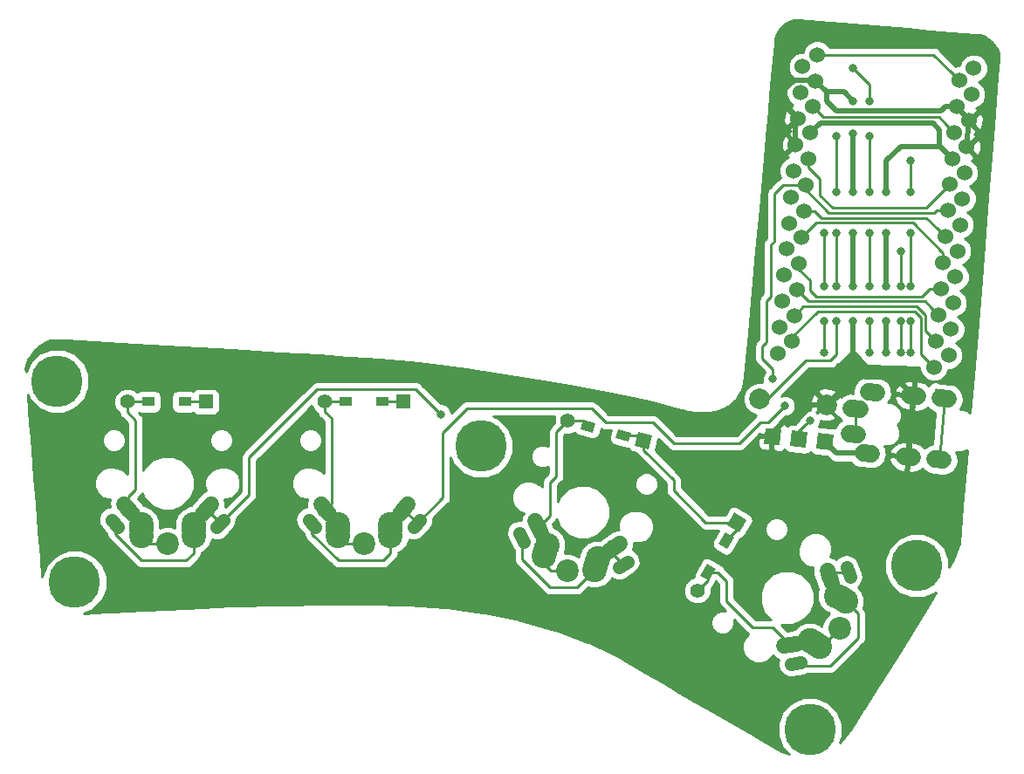
<source format=gbr>
G04 #@! TF.GenerationSoftware,KiCad,Pcbnew,(5.0.1)-4*
G04 #@! TF.CreationDate,2018-12-04T01:58:54+09:00*
G04 #@! TF.ProjectId,va4,7661342E6B696361645F706362000000,rev?*
G04 #@! TF.SameCoordinates,Original*
G04 #@! TF.FileFunction,Copper,L1,Top,Signal*
G04 #@! TF.FilePolarity,Positive*
%FSLAX46Y46*%
G04 Gerber Fmt 4.6, Leading zero omitted, Abs format (unit mm)*
G04 Created by KiCad (PCBNEW (5.0.1)-4) date 04/12/2018 01:58:54*
%MOMM*%
%LPD*%
G01*
G04 APERTURE LIST*
G04 #@! TA.AperFunction,ComponentPad*
%ADD10C,1.700000*%
G04 #@! TD*
G04 #@! TA.AperFunction,Conductor*
%ADD11C,1.700000*%
G04 #@! TD*
G04 #@! TA.AperFunction,WasherPad*
%ADD12C,5.000000*%
G04 #@! TD*
G04 #@! TA.AperFunction,ComponentPad*
%ADD13C,2.400000*%
G04 #@! TD*
G04 #@! TA.AperFunction,ComponentPad*
%ADD14C,1.550000*%
G04 #@! TD*
G04 #@! TA.AperFunction,Conductor*
%ADD15C,1.550000*%
G04 #@! TD*
G04 #@! TA.AperFunction,ComponentPad*
%ADD16C,2.200000*%
G04 #@! TD*
G04 #@! TA.AperFunction,ComponentPad*
%ADD17C,1.250000*%
G04 #@! TD*
G04 #@! TA.AperFunction,Conductor*
%ADD18C,1.250000*%
G04 #@! TD*
G04 #@! TA.AperFunction,SMDPad,CuDef*
%ADD19C,0.950000*%
G04 #@! TD*
G04 #@! TA.AperFunction,Conductor*
%ADD20C,0.100000*%
G04 #@! TD*
G04 #@! TA.AperFunction,ComponentPad*
%ADD21C,1.397000*%
G04 #@! TD*
G04 #@! TA.AperFunction,SMDPad,CuDef*
%ADD22R,1.300000X0.950000*%
G04 #@! TD*
G04 #@! TA.AperFunction,ComponentPad*
%ADD23R,1.397000X1.397000*%
G04 #@! TD*
G04 #@! TA.AperFunction,ComponentPad*
%ADD24C,1.524000*%
G04 #@! TD*
G04 #@! TA.AperFunction,ComponentPad*
%ADD25C,2.000000*%
G04 #@! TD*
G04 #@! TA.AperFunction,SMDPad,CuDef*
%ADD26C,1.524000*%
G04 #@! TD*
G04 #@! TA.AperFunction,ViaPad*
%ADD27C,0.800000*%
G04 #@! TD*
G04 #@! TA.AperFunction,Conductor*
%ADD28C,0.500000*%
G04 #@! TD*
G04 #@! TA.AperFunction,Conductor*
%ADD29C,0.250000*%
G04 #@! TD*
G04 #@! TA.AperFunction,Conductor*
%ADD30C,0.254000*%
G04 #@! TD*
G04 APERTURE END LIST*
D10*
G04 #@! TO.P,J2,D*
G04 #@! TO.N,VCC*
X124474744Y-64866946D03*
D11*
G04 #@! TD*
G04 #@! TO.N,VCC*
G04 #@! TO.C,J2*
X124873222Y-64901808D02*
X124076266Y-64832084D01*
D10*
G04 #@! TO.P,J2,A*
G04 #@! TO.N,Net-(J2-PadA)*
X122614398Y-68920230D03*
D11*
G04 #@! TD*
G04 #@! TO.N,Net-(J2-PadA)*
G04 #@! TO.C,J2*
X123012876Y-68955092D02*
X122215920Y-68885368D01*
D10*
G04 #@! TO.P,J2,B*
G04 #@! TO.N,data*
X131448107Y-65477036D03*
D11*
G04 #@! TD*
G04 #@! TO.N,data*
G04 #@! TO.C,J2*
X131846585Y-65511898D02*
X131049629Y-65442174D01*
D10*
G04 #@! TO.P,J2,C*
G04 #@! TO.N,GND*
X128459523Y-65215569D03*
D11*
G04 #@! TD*
G04 #@! TO.N,GND*
G04 #@! TO.C,J2*
X128858001Y-65250431D02*
X128061045Y-65180707D01*
D10*
G04 #@! TO.P,J2,B*
G04 #@! TO.N,data*
X130929530Y-71404395D03*
D11*
G04 #@! TD*
G04 #@! TO.N,data*
G04 #@! TO.C,J2*
X131328008Y-71439257D02*
X130531052Y-71369533D01*
D10*
G04 #@! TO.P,J2,C*
G04 #@! TO.N,GND*
X127940946Y-71142928D03*
D11*
G04 #@! TD*
G04 #@! TO.N,GND*
G04 #@! TO.C,J2*
X128339424Y-71177790D02*
X127542468Y-71108066D01*
D10*
G04 #@! TO.P,J2,D*
G04 #@! TO.N,VCC*
X123956168Y-70794305D03*
D11*
G04 #@! TD*
G04 #@! TO.N,VCC*
G04 #@! TO.C,J2*
X124354646Y-70829167D02*
X123557690Y-70759443D01*
D10*
G04 #@! TO.P,J2,A*
G04 #@! TO.N,Net-(J2-PadA)*
X122827930Y-66479553D03*
D11*
G04 #@! TD*
G04 #@! TO.N,Net-(J2-PadA)*
G04 #@! TO.C,J2*
X123226408Y-66514415D02*
X122429452Y-66444691D01*
D12*
G04 #@! TO.P,Ref\002A\002A,*
G04 #@! TO.N,*
X86500000Y-70100000D03*
G04 #@! TD*
G04 #@! TO.P,Ref\002A\002A,*
G04 #@! TO.N,*
X128800000Y-81700000D03*
G04 #@! TD*
G04 #@! TO.P,Ref\002A\002A,*
G04 #@! TO.N,*
X118400000Y-97600000D03*
G04 #@! TD*
D13*
G04 #@! TO.P,SW2,1*
G04 #@! TO.N,col0*
X58640000Y-78200000D03*
X58640000Y-77700000D03*
G04 #@! TO.P,SW2,2*
G04 #@! TO.N,Net-(D1-Pad2)*
X53560000Y-77700000D03*
X53560000Y-78200000D03*
D14*
X52290000Y-76240000D03*
D15*
G04 #@! TD*
G04 #@! TO.N,Net-(D1-Pad2)*
G04 #@! TO.C,SW2*
X52691742Y-76718778D02*
X51888258Y-75761222D01*
D13*
G04 #@! TO.P,SW2,1*
G04 #@! TO.N,col0*
X58640000Y-78780000D03*
D14*
X59910000Y-76240000D03*
D15*
G04 #@! TD*
G04 #@! TO.N,col0*
G04 #@! TO.C,SW2*
X60311742Y-75761222D02*
X59508258Y-76718778D01*
D13*
G04 #@! TO.P,SW2,2*
G04 #@! TO.N,Net-(D1-Pad2)*
X53560000Y-78780000D03*
D16*
X56100000Y-79600000D03*
D17*
G04 #@! TO.P,SW2,1*
G04 #@! TO.N,col0*
X61200000Y-77600000D03*
D18*
G04 #@! TD*
G04 #@! TO.N,col0*
G04 #@! TO.C,SW2*
X61505324Y-77236129D02*
X60894676Y-77963871D01*
D17*
G04 #@! TO.P,SW2,1*
G04 #@! TO.N,col0*
X51000000Y-77600000D03*
D18*
G04 #@! TD*
G04 #@! TO.N,col0*
G04 #@! TO.C,SW2*
X51305324Y-77963871D02*
X50694676Y-77236129D01*
D12*
G04 #@! TO.P,Ref\002A\002A,*
G04 #@! TO.N,*
X47100000Y-83300000D03*
G04 #@! TD*
G04 #@! TO.P,Ref\002A\002A,*
G04 #@! TO.N,*
X45400000Y-63800000D03*
G04 #@! TD*
D19*
G04 #@! TO.P,D4,2*
G04 #@! TO.N,Net-(D4-Pad2)*
X108512500Y-82337195D03*
D20*
G04 #@! TD*
G04 #@! TO.N,Net-(D4-Pad2)*
G04 #@! TO.C,D4*
G36*
X108426138Y-81536778D02*
X109248862Y-82011778D01*
X108598862Y-83137612D01*
X107776138Y-82662612D01*
X108426138Y-81536778D01*
X108426138Y-81536778D01*
G37*
D21*
G04 #@! TO.P,D4,2*
G04 #@! TO.N,Net-(D4-Pad2)*
X107495000Y-84099557D03*
G04 #@! TO.P,D4,1*
G04 #@! TO.N,row0*
X111305000Y-77500443D03*
D20*
G04 #@! TD*
G04 #@! TO.N,row0*
G04 #@! TO.C,D4*
G36*
X111049331Y-76546274D02*
X112259169Y-77244774D01*
X111560669Y-78454612D01*
X110350831Y-77756112D01*
X111049331Y-76546274D01*
X111049331Y-76546274D01*
G37*
D19*
G04 #@! TO.P,D4,1*
G04 #@! TO.N,row0*
X110287500Y-79262805D03*
D20*
G04 #@! TD*
G04 #@! TO.N,row0*
G04 #@! TO.C,D4*
G36*
X110201138Y-78462388D02*
X111023862Y-78937388D01*
X110373862Y-80063222D01*
X109551138Y-79588222D01*
X110201138Y-78462388D01*
X110201138Y-78462388D01*
G37*
D19*
G04 #@! TO.P,D3,1*
G04 #@! TO.N,row0*
X100314518Y-69059404D03*
D20*
G04 #@! TD*
G04 #@! TO.N,row0*
G04 #@! TO.C,D3*
G36*
X101065309Y-68768822D02*
X100819431Y-69686451D01*
X99563727Y-69349986D01*
X99809605Y-68432357D01*
X101065309Y-68768822D01*
X101065309Y-68768822D01*
G37*
D21*
G04 #@! TO.P,D3,1*
G04 #@! TO.N,row0*
X102280177Y-69586101D03*
D20*
G04 #@! TD*
G04 #@! TO.N,row0*
G04 #@! TO.C,D3*
G36*
X103135661Y-69092187D02*
X102774091Y-70441585D01*
X101424693Y-70080015D01*
X101786263Y-68730617D01*
X103135661Y-69092187D01*
X103135661Y-69092187D01*
G37*
D21*
G04 #@! TO.P,D3,2*
G04 #@! TO.N,Net-(D3-Pad2)*
X94919823Y-67613899D03*
D19*
X96885482Y-68140596D03*
D20*
G04 #@! TD*
G04 #@! TO.N,Net-(D3-Pad2)*
G04 #@! TO.C,D3*
G36*
X97636273Y-67850014D02*
X97390395Y-68767643D01*
X96134691Y-68431178D01*
X96380569Y-67513549D01*
X97636273Y-67850014D01*
X97636273Y-67850014D01*
G37*
D22*
G04 #@! TO.P,D2,2*
G04 #@! TO.N,Net-(D2-Pad2)*
X73425000Y-65800000D03*
D21*
X71390000Y-65800000D03*
D23*
G04 #@! TO.P,D2,1*
G04 #@! TO.N,row0*
X79010000Y-65800000D03*
D22*
X76975000Y-65800000D03*
G04 #@! TD*
G04 #@! TO.P,D1,1*
G04 #@! TO.N,row0*
X57775000Y-65800000D03*
D23*
X59810000Y-65800000D03*
D21*
G04 #@! TO.P,D1,2*
G04 #@! TO.N,Net-(D1-Pad2)*
X52190000Y-65800000D03*
D22*
X54225000Y-65800000D03*
G04 #@! TD*
D13*
G04 #@! TO.P,SW4,1*
G04 #@! TO.N,col2*
X97688766Y-81504067D03*
X97818175Y-81021104D03*
G04 #@! TO.P,SW4,2*
G04 #@! TO.N,Net-(D3-Pad2)*
X92911272Y-79706303D03*
X92781863Y-80189266D03*
D14*
X92062422Y-77967351D03*
D15*
G04 #@! TD*
G04 #@! TO.N,Net-(D3-Pad2)*
G04 #@! TO.C,SW4*
X92326558Y-78533793D02*
X91798286Y-77400909D01*
D13*
G04 #@! TO.P,SW4,1*
G04 #@! TO.N,col2*
X97538651Y-82064304D03*
D14*
X99422777Y-79939552D03*
D15*
G04 #@! TD*
G04 #@! TO.N,col2*
G04 #@! TO.C,SW4*
X99934747Y-79581067D02*
X98910807Y-80298037D01*
D13*
G04 #@! TO.P,SW4,2*
G04 #@! TO.N,Net-(D3-Pad2)*
X92631748Y-80749503D03*
D16*
X94872968Y-82198962D03*
D17*
G04 #@! TO.P,SW4,1*
G04 #@! TO.N,col2*
X100316827Y-81587088D03*
D18*
G04 #@! TD*
G04 #@! TO.N,col2*
G04 #@! TO.C,SW4*
X100705924Y-81314639D02*
X99927730Y-81859537D01*
D17*
G04 #@! TO.P,SW4,1*
G04 #@! TO.N,col2*
X90464384Y-78947134D03*
D18*
G04 #@! TD*
G04 #@! TO.N,col2*
G04 #@! TO.C,SW4*
X90665128Y-79377630D02*
X90263640Y-78516638D01*
D13*
G04 #@! TO.P,SW3,1*
G04 #@! TO.N,col1*
X77740000Y-78200000D03*
X77740000Y-77700000D03*
G04 #@! TO.P,SW3,2*
G04 #@! TO.N,Net-(D2-Pad2)*
X72660000Y-77700000D03*
X72660000Y-78200000D03*
D14*
X71390000Y-76240000D03*
D15*
G04 #@! TD*
G04 #@! TO.N,Net-(D2-Pad2)*
G04 #@! TO.C,SW3*
X71791742Y-76718778D02*
X70988258Y-75761222D01*
D13*
G04 #@! TO.P,SW3,1*
G04 #@! TO.N,col1*
X77740000Y-78780000D03*
D14*
X79010000Y-76240000D03*
D15*
G04 #@! TD*
G04 #@! TO.N,col1*
G04 #@! TO.C,SW3*
X79411742Y-75761222D02*
X78608258Y-76718778D01*
D13*
G04 #@! TO.P,SW3,2*
G04 #@! TO.N,Net-(D2-Pad2)*
X72660000Y-78780000D03*
D16*
X75200000Y-79600000D03*
D17*
G04 #@! TO.P,SW3,1*
G04 #@! TO.N,col1*
X80300000Y-77600000D03*
D18*
G04 #@! TD*
G04 #@! TO.N,col1*
G04 #@! TO.C,SW3*
X80605324Y-77236129D02*
X79994676Y-77963871D01*
D17*
G04 #@! TO.P,SW3,1*
G04 #@! TO.N,col1*
X70100000Y-77600000D03*
D18*
G04 #@! TD*
G04 #@! TO.N,col1*
G04 #@! TO.C,SW3*
X70405324Y-77963871D02*
X69794676Y-77236129D01*
D17*
G04 #@! TO.P,SW5,1*
G04 #@! TO.N,col3*
X117027499Y-91166730D03*
D18*
G04 #@! TD*
G04 #@! TO.N,col3*
G04 #@! TO.C,SW5*
X117495283Y-91084247D02*
X116559715Y-91249213D01*
D17*
G04 #@! TO.P,SW5,1*
G04 #@! TO.N,col3*
X122127499Y-82333270D03*
D18*
G04 #@! TD*
G04 #@! TO.N,col3*
G04 #@! TO.C,SW5*
X121965039Y-81886916D02*
X122289959Y-82779624D01*
D16*
G04 #@! TO.P,SW5,2*
G04 #@! TO.N,Net-(D4-Pad2)*
X121309550Y-87750000D03*
D13*
X119329409Y-89539705D03*
D14*
G04 #@! TO.P,SW5,1*
G04 #@! TO.N,col3*
X120304705Y-82770443D03*
D15*
G04 #@! TD*
G04 #@! TO.N,col3*
G04 #@! TO.C,SW5*
X120090942Y-82183135D02*
X120518468Y-83357751D01*
D13*
G04 #@! TO.P,SW5,1*
G04 #@! TO.N,col3*
X121869409Y-85140295D03*
D14*
G04 #@! TO.P,SW5,2*
G04 #@! TO.N,Net-(D4-Pad2)*
X116494705Y-89369557D03*
D15*
G04 #@! TD*
G04 #@! TO.N,Net-(D4-Pad2)*
G04 #@! TO.C,SW5*
X117110210Y-89261027D02*
X115879200Y-89478087D01*
D13*
G04 #@! TO.P,SW5,2*
G04 #@! TO.N,Net-(D4-Pad2)*
X118827114Y-89249705D03*
X118394102Y-88999705D03*
G04 #@! TO.P,SW5,1*
G04 #@! TO.N,col3*
X120934102Y-84600295D03*
X121367113Y-84850295D03*
G04 #@! TD*
D24*
G04 #@! TO.P,U1,24*
G04 #@! TO.N,Net-(U1-Pad24)*
X119127023Y-32117882D03*
G04 #@! TO.P,U1,23*
G04 #@! TO.N,GND*
X118905647Y-34648217D03*
G04 #@! TO.P,U1,22*
G04 #@! TO.N,reset*
X118684271Y-37178551D03*
G04 #@! TO.P,U1,21*
G04 #@! TO.N,VCC*
X118462896Y-39708886D03*
G04 #@! TO.P,U1,20*
G04 #@! TO.N,col0*
X118241520Y-42239220D03*
G04 #@! TO.P,U1,19*
G04 #@! TO.N,col1*
X118020145Y-44769555D03*
G04 #@! TO.P,U1,18*
G04 #@! TO.N,col2*
X117798769Y-47299889D03*
G04 #@! TO.P,U1,17*
G04 #@! TO.N,col3*
X117577395Y-49830224D03*
G04 #@! TO.P,U1,16*
G04 #@! TO.N,Net-(U1-Pad16)*
X117356018Y-52360558D03*
G04 #@! TO.P,U1,15*
G04 #@! TO.N,Net-(U1-Pad15)*
X117134642Y-54890893D03*
G04 #@! TO.P,U1,14*
G04 #@! TO.N,Net-(U1-Pad14)*
X116913267Y-57421227D03*
G04 #@! TO.P,U1,13*
G04 #@! TO.N,Net-(U1-Pad13)*
X116691891Y-59951562D03*
G04 #@! TO.P,U1,12*
G04 #@! TO.N,Net-(U1-Pad12)*
X131853974Y-61278072D03*
G04 #@! TO.P,U1,11*
G04 #@! TO.N,Net-(U1-Pad11)*
X132075350Y-58747738D03*
G04 #@! TO.P,U1,10*
G04 #@! TO.N,Net-(U1-Pad10)*
X132296726Y-56217403D03*
G04 #@! TO.P,U1,9*
G04 #@! TO.N,Net-(U1-Pad9)*
X132518101Y-53687069D03*
G04 #@! TO.P,U1,8*
G04 #@! TO.N,Net-(U1-Pad8)*
X132739477Y-51156734D03*
G04 #@! TO.P,U1,7*
G04 #@! TO.N,row0*
X132960852Y-48626400D03*
G04 #@! TO.P,U1,6*
G04 #@! TO.N,Net-(U1-Pad6)*
X133182228Y-46096065D03*
G04 #@! TO.P,U1,5*
G04 #@! TO.N,Net-(U1-Pad5)*
X133403604Y-43565731D03*
G04 #@! TO.P,U1,4*
G04 #@! TO.N,GND*
X133624979Y-41035396D03*
G04 #@! TO.P,U1,3*
X133846355Y-38505061D03*
G04 #@! TO.P,U1,2*
G04 #@! TO.N,data*
X134067730Y-35974727D03*
G04 #@! TO.P,U1,1*
G04 #@! TO.N,led*
X134289106Y-33444392D03*
X117694982Y-33267446D03*
G04 #@! TO.P,U1,2*
G04 #@! TO.N,data*
X117473607Y-35797780D03*
G04 #@! TO.P,U1,3*
G04 #@! TO.N,GND*
X117252231Y-38328115D03*
G04 #@! TO.P,U1,4*
X117030855Y-40858449D03*
G04 #@! TO.P,U1,5*
G04 #@! TO.N,Net-(U1-Pad5)*
X116809480Y-43388784D03*
G04 #@! TO.P,U1,6*
G04 #@! TO.N,Net-(U1-Pad6)*
X116588104Y-45919119D03*
G04 #@! TO.P,U1,7*
G04 #@! TO.N,row0*
X116366729Y-48449453D03*
G04 #@! TO.P,U1,8*
G04 #@! TO.N,Net-(U1-Pad8)*
X116145353Y-50979788D03*
G04 #@! TO.P,U1,9*
G04 #@! TO.N,Net-(U1-Pad9)*
X115923976Y-53510122D03*
G04 #@! TO.P,U1,10*
G04 #@! TO.N,Net-(U1-Pad10)*
X115702602Y-56040457D03*
G04 #@! TO.P,U1,11*
G04 #@! TO.N,Net-(U1-Pad11)*
X115481226Y-58570791D03*
G04 #@! TO.P,U1,12*
G04 #@! TO.N,Net-(U1-Pad12)*
X115259851Y-61101126D03*
G04 #@! TO.P,U1,13*
G04 #@! TO.N,Net-(U1-Pad13)*
X130441858Y-62429379D03*
G04 #@! TO.P,U1,14*
G04 #@! TO.N,Net-(U1-Pad14)*
X130663235Y-59899045D03*
G04 #@! TO.P,U1,15*
G04 #@! TO.N,Net-(U1-Pad15)*
X130884609Y-57368710D03*
G04 #@! TO.P,U1,16*
G04 #@! TO.N,Net-(U1-Pad16)*
X131105985Y-54838376D03*
G04 #@! TO.P,U1,17*
G04 #@! TO.N,col3*
X131327360Y-52308041D03*
G04 #@! TO.P,U1,18*
G04 #@! TO.N,col2*
X131548736Y-49777707D03*
G04 #@! TO.P,U1,19*
G04 #@! TO.N,col1*
X131770111Y-47247372D03*
G04 #@! TO.P,U1,20*
G04 #@! TO.N,col0*
X131991487Y-44717038D03*
G04 #@! TO.P,U1,21*
G04 #@! TO.N,VCC*
X132212863Y-42186703D03*
G04 #@! TO.P,U1,22*
G04 #@! TO.N,reset*
X132434238Y-39656368D03*
G04 #@! TO.P,U1,23*
G04 #@! TO.N,GND*
X132655614Y-37126034D03*
G04 #@! TO.P,U1,24*
G04 #@! TO.N,Net-(U1-Pad24)*
X132876989Y-34595699D03*
G04 #@! TD*
D25*
G04 #@! TO.P,SW1,1*
G04 #@! TO.N,reset*
X113562367Y-65516744D03*
G04 #@! TO.P,SW1,2*
G04 #@! TO.N,GND*
X120037633Y-66083256D03*
G04 #@! TD*
D26*
G04 #@! TO.P,J1,3*
G04 #@! TO.N,VCC*
X119860669Y-69642751D03*
D20*
G04 #@! TD*
G04 #@! TO.N,VCC*
G04 #@! TO.C,J1*
G36*
X120553357Y-70468264D02*
X119035156Y-70335439D01*
X119167981Y-68817238D01*
X120686182Y-68950063D01*
X120553357Y-70468264D01*
X120553357Y-70468264D01*
G37*
D26*
G04 #@! TO.P,J1,2*
G04 #@! TO.N,led*
X117330335Y-69421376D03*
D20*
G04 #@! TD*
G04 #@! TO.N,led*
G04 #@! TO.C,J1*
G36*
X118023023Y-70246889D02*
X116504822Y-70114064D01*
X116637647Y-68595863D01*
X118155848Y-68728688D01*
X118023023Y-70246889D01*
X118023023Y-70246889D01*
G37*
D26*
G04 #@! TO.P,J1,1*
G04 #@! TO.N,GND*
X114800000Y-69200000D03*
D20*
G04 #@! TD*
G04 #@! TO.N,GND*
G04 #@! TO.C,J1*
G36*
X115492688Y-70025513D02*
X113974487Y-69892688D01*
X114107312Y-68374487D01*
X115625513Y-68507312D01*
X115492688Y-70025513D01*
X115492688Y-70025513D01*
G37*
D27*
G04 #@! TO.N,VCC*
X125800000Y-61000000D03*
X125800000Y-58000000D03*
X125800000Y-49400000D03*
X125800006Y-54600000D03*
X125800000Y-45400004D03*
G04 #@! TO.N,led*
X122600010Y-33400000D03*
X124200000Y-49400000D03*
X124200000Y-58000000D03*
X124200006Y-61000000D03*
X124200000Y-54599998D03*
X124200000Y-45400010D03*
X124200000Y-40000002D03*
X124200000Y-36600000D03*
X118400002Y-67600000D03*
G04 #@! TO.N,GND*
X122600000Y-58000000D03*
X122600000Y-49400000D03*
X122600000Y-45400000D03*
X122600000Y-39800000D03*
X122600000Y-36600000D03*
X122600000Y-54600002D03*
G04 #@! TO.N,reset*
X121000000Y-40000000D03*
X121000000Y-45400000D03*
X121000000Y-49400000D03*
X121000000Y-54600000D03*
X121000000Y-58000000D03*
G04 #@! TO.N,col0*
X82600000Y-67000000D03*
G04 #@! TO.N,col1*
X114800000Y-63600000D03*
X116000004Y-66200000D03*
G04 #@! TO.N,col2*
X127200000Y-54600000D03*
X127200000Y-58000000D03*
X127200000Y-61000000D03*
X127200000Y-51200008D03*
G04 #@! TO.N,row0*
X119800000Y-49400000D03*
X119800000Y-54600002D03*
X119800000Y-58000000D03*
X119800000Y-61000004D03*
G04 #@! TO.N,data*
X128200000Y-61000000D03*
X128200000Y-58000000D03*
X128200000Y-54600000D03*
X128200000Y-49400000D03*
X128200000Y-45400000D03*
X128200000Y-42400000D03*
G04 #@! TD*
D28*
G04 #@! TO.N,VCC*
X125800000Y-61000000D02*
X125800000Y-58000000D01*
X125800000Y-49400000D02*
X125800000Y-54599994D01*
X125800000Y-54599994D02*
X125800006Y-54600000D01*
X131000000Y-40973840D02*
X132212863Y-42186703D01*
X131000000Y-39400000D02*
X131000000Y-40973840D01*
X130349998Y-38749998D02*
X131000000Y-39400000D01*
X118462896Y-39708886D02*
X119421784Y-38749998D01*
X119421784Y-38749998D02*
X130349998Y-38749998D01*
X123956168Y-70794305D02*
X121012223Y-70794305D01*
X121012223Y-70794305D02*
X119639293Y-69421375D01*
X125800000Y-42400000D02*
X125800000Y-45400004D01*
X127200000Y-41000000D02*
X125800000Y-42400000D01*
X132212863Y-42186703D02*
X131026160Y-41000000D01*
X131026160Y-41000000D02*
X127200000Y-41000000D01*
D29*
G04 #@! TO.N,led*
X124200000Y-60999994D02*
X124200006Y-61000000D01*
X124200000Y-58000000D02*
X124200000Y-60999994D01*
X124200000Y-49400000D02*
X124200000Y-54599998D01*
X124200000Y-45400010D02*
X124200000Y-40000002D01*
X122600010Y-33400000D02*
X124200000Y-34999990D01*
X124200000Y-34999990D02*
X124200000Y-36034315D01*
X124200000Y-36034315D02*
X124200000Y-36600000D01*
X117000000Y-69000002D02*
X118000003Y-67999999D01*
X118000003Y-67999999D02*
X118400002Y-67600000D01*
X117000000Y-69200000D02*
X117000000Y-69000002D01*
D28*
G04 #@! TO.N,GND*
X120037633Y-66083256D02*
X122585581Y-63535308D01*
X132655614Y-37126034D02*
X133846355Y-38505061D01*
X133846355Y-38505061D02*
X133624979Y-41035396D01*
X128459523Y-65215569D02*
X127940946Y-71142928D01*
X116891846Y-34585779D02*
X116000000Y-35477625D01*
X118905647Y-34648217D02*
X118843209Y-34585779D01*
X118843209Y-34585779D02*
X116891846Y-34585779D01*
X116000000Y-37075884D02*
X117252231Y-38328115D01*
X116000000Y-35477625D02*
X116000000Y-37075884D01*
X117030855Y-38549491D02*
X117030855Y-40858449D01*
X117252231Y-38328115D02*
X117030855Y-38549491D01*
X131577984Y-37126034D02*
X132655614Y-37126034D01*
X131104040Y-37599978D02*
X131577984Y-37126034D01*
X120000000Y-36600000D02*
X120999978Y-37599978D01*
X118905647Y-34648217D02*
X120000000Y-35742570D01*
X120000000Y-35742570D02*
X120000000Y-36600000D01*
X122585581Y-63535308D02*
X122585581Y-58014419D01*
X122585581Y-58014419D02*
X122600000Y-58000000D01*
X122600000Y-45400000D02*
X122600000Y-39800000D01*
X120999978Y-37599978D02*
X122600000Y-37599978D01*
X122600000Y-37599978D02*
X131104040Y-37599978D01*
X122600000Y-49400000D02*
X122600000Y-54600002D01*
X121742570Y-35742570D02*
X122600000Y-36600000D01*
X120000000Y-35742570D02*
X121742570Y-35742570D01*
X118623420Y-66083256D02*
X120037633Y-66083256D01*
X116906676Y-67800000D02*
X118623420Y-66083256D01*
X115800000Y-67800000D02*
X116906676Y-67800000D01*
X114800000Y-69200000D02*
X114800000Y-68800000D01*
X114800000Y-68800000D02*
X115800000Y-67800000D01*
X127600983Y-64357029D02*
X128459523Y-65215569D01*
X126643954Y-63400000D02*
X127600983Y-64357029D01*
X122585581Y-62200000D02*
X123785581Y-63400000D01*
X123785581Y-63400000D02*
X126643954Y-63400000D01*
D29*
G04 #@! TO.N,reset*
X121000000Y-40000000D02*
X121000000Y-45400000D01*
X121000000Y-49400000D02*
X121000000Y-54600000D01*
X118684271Y-37178551D02*
X119680708Y-38174988D01*
X130952858Y-38174988D02*
X131672239Y-38894369D01*
X119680708Y-38174988D02*
X130952858Y-38174988D01*
X131672239Y-38894369D02*
X132434238Y-39656368D01*
X121000000Y-58000000D02*
X121000000Y-61200000D01*
X118000000Y-61800000D02*
X114283256Y-65516744D01*
X120400000Y-61800000D02*
X118000000Y-61800000D01*
X114283256Y-65516744D02*
X113562367Y-65516744D01*
X121000000Y-61200000D02*
X120400000Y-61800000D01*
G04 #@! TO.N,Net-(U1-Pad24)*
X130399172Y-32117882D02*
X132114990Y-33833700D01*
X132114990Y-33833700D02*
X132876989Y-34595699D01*
X119127023Y-32117882D02*
X130399172Y-32117882D01*
G04 #@! TO.N,col0*
X61200000Y-77530000D02*
X59910000Y-76240000D01*
X61200000Y-77600000D02*
X61200000Y-77530000D01*
X59910000Y-76430000D02*
X58640000Y-77700000D01*
X59910000Y-76240000D02*
X59910000Y-76430000D01*
X129708525Y-47000000D02*
X131991487Y-44717038D01*
X120600000Y-47000000D02*
X129708525Y-47000000D01*
X119400000Y-45800000D02*
X120600000Y-47000000D01*
X119400000Y-44200000D02*
X119400000Y-45800000D01*
X118241520Y-42239220D02*
X118241520Y-43041520D01*
X118241520Y-43041520D02*
X119400000Y-44200000D01*
X64000000Y-74800000D02*
X61200000Y-77600000D01*
X64000000Y-71200000D02*
X64000000Y-74800000D01*
X70600000Y-64600000D02*
X64000000Y-71200000D01*
X80200000Y-64600000D02*
X70600000Y-64600000D01*
X81600000Y-66000000D02*
X80200000Y-64600000D01*
X118241520Y-42239220D02*
X118002300Y-42000000D01*
X81600000Y-66000000D02*
X82600000Y-67000000D01*
X58640000Y-80477056D02*
X58640000Y-78780000D01*
X57917056Y-81200000D02*
X58640000Y-80477056D01*
X53591517Y-81200000D02*
X57917056Y-81200000D01*
X51000000Y-77600000D02*
X51000000Y-78608483D01*
X51000000Y-78608483D02*
X53591517Y-81200000D01*
G04 #@! TO.N,col1*
X80300000Y-77530000D02*
X79010000Y-76240000D01*
X80300000Y-77600000D02*
X80300000Y-77530000D01*
X79010000Y-76430000D02*
X77740000Y-77700000D01*
X79010000Y-76240000D02*
X79010000Y-76430000D01*
X130692481Y-47247372D02*
X131770111Y-47247372D01*
X130489842Y-47450011D02*
X130692481Y-47247372D01*
X120250011Y-47450011D02*
X130489842Y-47450011D01*
X118020145Y-44769555D02*
X118020145Y-45220145D01*
X118020145Y-45220145D02*
X120250011Y-47450011D01*
X114400004Y-67800000D02*
X116000004Y-66200000D01*
X82800000Y-75100000D02*
X82800000Y-68800000D01*
X80300000Y-77600000D02*
X82800000Y-75100000D01*
X82800000Y-68800000D02*
X85149989Y-66450011D01*
X85149989Y-66450011D02*
X97250011Y-66450011D01*
X97250011Y-66450011D02*
X98600000Y-67800000D01*
X103200000Y-67800000D02*
X105200000Y-69800000D01*
X98600000Y-67800000D02*
X103200000Y-67800000D01*
X105200000Y-69800000D02*
X111600000Y-69800000D01*
X111600000Y-69800000D02*
X113600000Y-67800000D01*
X113600000Y-67800000D02*
X114400004Y-67800000D01*
X115830445Y-44769555D02*
X116942515Y-44769555D01*
X115000000Y-45600000D02*
X115830445Y-44769555D01*
X115000000Y-50200000D02*
X115000000Y-45600000D01*
X114600000Y-50600000D02*
X115000000Y-50200000D01*
X114600000Y-55600000D02*
X114600000Y-50600000D01*
X116942515Y-44769555D02*
X118020145Y-44769555D01*
X114800000Y-62600000D02*
X113800000Y-61600000D01*
X114800000Y-63600000D02*
X114800000Y-62600000D01*
X113800000Y-61600000D02*
X113800000Y-60400000D01*
X113800000Y-60400000D02*
X114200000Y-60000000D01*
X114200000Y-60000000D02*
X114200000Y-56000000D01*
X114200000Y-56000000D02*
X114600000Y-55600000D01*
X77740000Y-80477056D02*
X77740000Y-78780000D01*
X77017056Y-81200000D02*
X77740000Y-80477056D01*
X72691517Y-81200000D02*
X77017056Y-81200000D01*
X70100000Y-77600000D02*
X70100000Y-78608483D01*
X70100000Y-78608483D02*
X72691517Y-81200000D01*
G04 #@! TO.N,col2*
X99422777Y-80693038D02*
X100316827Y-81587088D01*
X99422777Y-79939552D02*
X99422777Y-80693038D01*
X98899727Y-79939552D02*
X97818175Y-81021104D01*
X99422777Y-79939552D02*
X98899727Y-79939552D01*
X119526499Y-47949989D02*
X129721018Y-47949989D01*
X118876399Y-47299889D02*
X119526499Y-47949989D01*
X129721018Y-47949989D02*
X130786737Y-49015708D01*
X117798769Y-47299889D02*
X118876399Y-47299889D01*
X130786737Y-49015708D02*
X131548736Y-49777707D01*
X127200000Y-58000000D02*
X127200000Y-61000000D01*
X127200000Y-54600000D02*
X127200000Y-51200008D01*
X96338652Y-83264303D02*
X97538651Y-82064304D01*
X95802955Y-83800000D02*
X96338652Y-83264303D01*
X93200000Y-83800000D02*
X95802955Y-83800000D01*
X90464384Y-78947134D02*
X90464384Y-81064384D01*
X90464384Y-81064384D02*
X93200000Y-83800000D01*
G04 #@! TO.N,col3*
X120741878Y-82333270D02*
X120304705Y-82770443D01*
X122127499Y-82333270D02*
X120741878Y-82333270D01*
X120304705Y-83970898D02*
X120934102Y-84600295D01*
X120304705Y-82770443D02*
X120304705Y-83970898D01*
X131327360Y-51327360D02*
X131327360Y-52308041D01*
X128400000Y-48400000D02*
X131327360Y-51327360D01*
X117577394Y-49830224D02*
X119007618Y-48400000D01*
X119007618Y-48400000D02*
X128400000Y-48400000D01*
X123069408Y-86340294D02*
X121869409Y-85140295D01*
X123069408Y-88730592D02*
X123069408Y-86340294D01*
X120400000Y-91400000D02*
X123069408Y-88730592D01*
X117027499Y-91166730D02*
X117260769Y-91400000D01*
X117260769Y-91400000D02*
X120400000Y-91400000D01*
G04 #@! TO.N,Net-(U1-Pad16)*
X130028355Y-54838376D02*
X131105985Y-54838376D01*
X117356018Y-52956018D02*
X118400000Y-54000000D01*
X117356018Y-52360558D02*
X117356018Y-52956018D01*
X118400000Y-54000000D02*
X118400000Y-55000000D01*
X118400000Y-55000000D02*
X119000000Y-55600000D01*
X119000000Y-55600000D02*
X129266731Y-55600000D01*
X129266731Y-55600000D02*
X130028355Y-54838376D01*
G04 #@! TO.N,Net-(U1-Pad15)*
X129565910Y-56050011D02*
X130122610Y-56606711D01*
X118293760Y-56050011D02*
X129565910Y-56050011D01*
X117134642Y-54890893D02*
X118293760Y-56050011D01*
X130122610Y-56606711D02*
X130884609Y-57368710D01*
G04 #@! TO.N,Net-(U1-Pad14)*
X128786400Y-56549989D02*
X129650011Y-57413600D01*
X129650011Y-58885822D02*
X129901235Y-59137046D01*
X116913267Y-57421227D02*
X117784505Y-56549989D01*
X129901235Y-59137046D02*
X130663234Y-59899045D01*
X129650011Y-57413600D02*
X129650011Y-58885822D01*
X117784505Y-56549989D02*
X128786400Y-56549989D01*
G04 #@! TO.N,Net-(U1-Pad13)*
X129200000Y-61187521D02*
X130441858Y-62429379D01*
X129200000Y-57600000D02*
X129200000Y-61187521D01*
X128600000Y-57000000D02*
X129200000Y-57600000D01*
X119200000Y-57000000D02*
X128600000Y-57000000D01*
X116691891Y-59951562D02*
X116691891Y-59508109D01*
X116691891Y-59508109D02*
X119200000Y-57000000D01*
G04 #@! TO.N,row0*
X57775000Y-65800000D02*
X59810000Y-65800000D01*
X76975000Y-65800000D02*
X79010000Y-65800000D01*
X101753480Y-69059404D02*
X102280177Y-69586101D01*
X100314518Y-69059404D02*
X101753480Y-69059404D01*
X111305000Y-78245305D02*
X110287500Y-79262805D01*
X111305000Y-77500443D02*
X111305000Y-78245305D01*
X119800000Y-49400000D02*
X119800000Y-54600002D01*
X119800000Y-58000000D02*
X119800000Y-61000004D01*
X108300443Y-77500443D02*
X111305000Y-77500443D01*
X105200000Y-74400000D02*
X108300443Y-77500443D01*
X105200000Y-73400000D02*
X105200000Y-74400000D01*
X102280177Y-69586101D02*
X102280177Y-70480177D01*
X102280177Y-70480177D02*
X105200000Y-73400000D01*
G04 #@! TO.N,data*
X131448107Y-65477036D02*
X130929530Y-71404395D01*
X130589567Y-64618496D02*
X130589567Y-64589567D01*
X131448107Y-65477036D02*
X130589567Y-64618496D01*
X128200000Y-61000000D02*
X128200000Y-58000000D01*
X128200000Y-54600000D02*
X128200000Y-49400000D01*
X128200000Y-45400000D02*
X128200000Y-42400000D01*
G04 #@! TO.N,Net-(D4-Pad2)*
X108512500Y-83082057D02*
X107495000Y-84099557D01*
X108512500Y-82337195D02*
X108512500Y-83082057D01*
X119519845Y-89539705D02*
X119329409Y-89539705D01*
X121309550Y-87750000D02*
X119519845Y-89539705D01*
X118024250Y-89369557D02*
X118394102Y-88999705D01*
X116494705Y-89369557D02*
X118024250Y-89369557D01*
X109462343Y-82337195D02*
X108512500Y-82337195D01*
X110325148Y-83200000D02*
X110325148Y-85125148D01*
X110325148Y-83200000D02*
X109462343Y-82337195D01*
X112874852Y-87674852D02*
X114800000Y-87674852D01*
X110325148Y-85125148D02*
X112874852Y-87674852D01*
X116494705Y-89369557D02*
X114800000Y-87674852D01*
G04 #@! TO.N,Net-(D1-Pad2)*
X52290000Y-76430000D02*
X53560000Y-77700000D01*
X52290000Y-76240000D02*
X52290000Y-76430000D01*
X54380000Y-79600000D02*
X53560000Y-78780000D01*
X56100000Y-79600000D02*
X54380000Y-79600000D01*
X52190000Y-65800000D02*
X54225000Y-65800000D01*
X52290000Y-75000026D02*
X52290000Y-76240000D01*
X53000000Y-74290026D02*
X52290000Y-75000026D01*
X53000000Y-67597828D02*
X53000000Y-74290026D01*
X52190000Y-65800000D02*
X52190000Y-66787828D01*
X52190000Y-66787828D02*
X53000000Y-67597828D01*
G04 #@! TO.N,Net-(D2-Pad2)*
X71390000Y-65800000D02*
X73425000Y-65800000D01*
X71390000Y-76430000D02*
X72660000Y-77700000D01*
X71390000Y-76240000D02*
X71390000Y-76430000D01*
X73480000Y-79600000D02*
X72660000Y-78780000D01*
X75200000Y-79600000D02*
X73480000Y-79600000D01*
X72000000Y-75630000D02*
X71390000Y-76240000D01*
X72000000Y-67397828D02*
X72000000Y-75630000D01*
X71390000Y-65800000D02*
X71390000Y-66787828D01*
X71390000Y-66787828D02*
X72000000Y-67397828D01*
G04 #@! TO.N,Net-(D3-Pad2)*
X92631748Y-81513376D02*
X92631748Y-80749503D01*
X93317334Y-82198962D02*
X92631748Y-81513376D01*
X94872968Y-82198962D02*
X93317334Y-82198962D01*
X92062422Y-78857453D02*
X92911272Y-79706303D01*
X92062422Y-77967351D02*
X92062422Y-78857453D01*
X96358785Y-67613899D02*
X96885482Y-68140596D01*
X94919823Y-67613899D02*
X96358785Y-67613899D01*
X93200000Y-76829773D02*
X92062422Y-77967351D01*
X93200000Y-73600000D02*
X93200000Y-76829773D01*
X93800000Y-73000000D02*
X93200000Y-73600000D01*
X94919823Y-67613899D02*
X93800000Y-68733722D01*
X93800000Y-68733722D02*
X93800000Y-73000000D01*
G04 #@! TO.N,Net-(J2-PadA)*
X122827930Y-68706698D02*
X122614398Y-68920230D01*
X122827930Y-66479553D02*
X122827930Y-68706698D01*
G04 #@! TD*
D30*
G04 #@! TO.N,GND*
G36*
X119300223Y-28913607D02*
X121447217Y-29094773D01*
X123594212Y-29275940D01*
X125741206Y-29457106D01*
X127888201Y-29638272D01*
X130035195Y-29819438D01*
X132182190Y-30000605D01*
X134395028Y-30187327D01*
X134917604Y-30240422D01*
X135339940Y-30372251D01*
X135723850Y-30581316D01*
X136059784Y-30858787D01*
X136337255Y-31194719D01*
X136546320Y-31578629D01*
X136678148Y-32000964D01*
X136720737Y-32420126D01*
X136713711Y-32455450D01*
X136722324Y-32498752D01*
X136585705Y-34212047D01*
X136197698Y-39027656D01*
X135640265Y-45922278D01*
X134986901Y-53978831D01*
X134311168Y-62279317D01*
X133936267Y-66857409D01*
X133757802Y-66678944D01*
X133303888Y-66490926D01*
X132964958Y-66490926D01*
X133189601Y-66211026D01*
X133354915Y-65643858D01*
X133290600Y-65056601D01*
X133006446Y-64538658D01*
X132545713Y-64168882D01*
X132121709Y-64045296D01*
X131033355Y-63950078D01*
X131005098Y-63953173D01*
X130886104Y-63873663D01*
X130648392Y-63826379D01*
X130719739Y-63826379D01*
X131233195Y-63613699D01*
X131626178Y-63220716D01*
X131838858Y-62707260D01*
X131838858Y-62675072D01*
X132131855Y-62675072D01*
X132645311Y-62462392D01*
X133038294Y-62069409D01*
X133250974Y-61555953D01*
X133250974Y-61000191D01*
X133038294Y-60486735D01*
X132645311Y-60093752D01*
X132560817Y-60058753D01*
X132866687Y-59932058D01*
X133259670Y-59539075D01*
X133472350Y-59025619D01*
X133472350Y-58469857D01*
X133259670Y-57956401D01*
X132866687Y-57563418D01*
X132782191Y-57528419D01*
X133088063Y-57401723D01*
X133481046Y-57008740D01*
X133693726Y-56495284D01*
X133693726Y-55939522D01*
X133481046Y-55426066D01*
X133088063Y-55033083D01*
X133003568Y-54998084D01*
X133309438Y-54871389D01*
X133702421Y-54478406D01*
X133915101Y-53964950D01*
X133915101Y-53409188D01*
X133702421Y-52895732D01*
X133309438Y-52502749D01*
X133224942Y-52467750D01*
X133530814Y-52341054D01*
X133923797Y-51948071D01*
X134136477Y-51434615D01*
X134136477Y-50878853D01*
X133923797Y-50365397D01*
X133530814Y-49972414D01*
X133446319Y-49937415D01*
X133752189Y-49810720D01*
X134145172Y-49417737D01*
X134357852Y-48904281D01*
X134357852Y-48348519D01*
X134145172Y-47835063D01*
X133752189Y-47442080D01*
X133667693Y-47407081D01*
X133973565Y-47280385D01*
X134366548Y-46887402D01*
X134579228Y-46373946D01*
X134579228Y-45818184D01*
X134366548Y-45304728D01*
X133973565Y-44911745D01*
X133889071Y-44876746D01*
X134194941Y-44750051D01*
X134587924Y-44357068D01*
X134800604Y-43843612D01*
X134800604Y-43287850D01*
X134587924Y-42774394D01*
X134194941Y-42381411D01*
X134128877Y-42354046D01*
X134246801Y-42316865D01*
X134337109Y-42081657D01*
X133609325Y-41214318D01*
X133602086Y-41220393D01*
X133432743Y-41051050D01*
X133803901Y-41051050D01*
X134531685Y-41918389D01*
X134779001Y-41870296D01*
X135010659Y-41365118D01*
X135031360Y-40809743D01*
X134906448Y-40413574D01*
X134671240Y-40323266D01*
X133803901Y-41051050D01*
X133432743Y-41051050D01*
X133431230Y-41049537D01*
X133241292Y-41239475D01*
X133215239Y-41213422D01*
X133446057Y-41019742D01*
X133439982Y-41012503D01*
X133610838Y-40841647D01*
X133417727Y-40648536D01*
X133444058Y-40622205D01*
X133640633Y-40856474D01*
X134507972Y-40128690D01*
X134459879Y-39881374D01*
X134340701Y-39826723D01*
X134468177Y-39786530D01*
X134558485Y-39551322D01*
X133830701Y-38683983D01*
X133823462Y-38690058D01*
X133654119Y-38520715D01*
X134025277Y-38520715D01*
X134753061Y-39388054D01*
X135000377Y-39339961D01*
X135232035Y-38834783D01*
X135252736Y-38279408D01*
X135127824Y-37883239D01*
X134892616Y-37792931D01*
X134025277Y-38520715D01*
X133654119Y-38520715D01*
X133652606Y-38519202D01*
X133462668Y-38709141D01*
X133436614Y-38683087D01*
X133667433Y-38489407D01*
X133661358Y-38482168D01*
X133832214Y-38311312D01*
X132930737Y-37409835D01*
X132895562Y-37445010D01*
X132915220Y-37237844D01*
X133562320Y-38009027D01*
X133591207Y-38003410D01*
X133862009Y-38326139D01*
X134729348Y-37598355D01*
X134681255Y-37351039D01*
X134545665Y-37288862D01*
X134859067Y-37159047D01*
X135252050Y-36766064D01*
X135464730Y-36252608D01*
X135464730Y-35696846D01*
X135252050Y-35183390D01*
X134859067Y-34790407D01*
X134774571Y-34755408D01*
X135080443Y-34628712D01*
X135473426Y-34235729D01*
X135686106Y-33722273D01*
X135686106Y-33166511D01*
X135473426Y-32653055D01*
X135080443Y-32260072D01*
X134566987Y-32047392D01*
X134011225Y-32047392D01*
X133497769Y-32260072D01*
X133104786Y-32653055D01*
X132892106Y-33166511D01*
X132892106Y-33198699D01*
X132599108Y-33198699D01*
X132567771Y-33211679D01*
X130989503Y-31633412D01*
X130947101Y-31569953D01*
X130695709Y-31401978D01*
X130474024Y-31357882D01*
X130474019Y-31357882D01*
X130399172Y-31342994D01*
X130324325Y-31357882D01*
X120324323Y-31357882D01*
X120311343Y-31326545D01*
X119918360Y-30933562D01*
X119404904Y-30720882D01*
X118849142Y-30720882D01*
X118335686Y-30933562D01*
X117942703Y-31326545D01*
X117730023Y-31840001D01*
X117730023Y-31870446D01*
X117417101Y-31870446D01*
X116903645Y-32083126D01*
X116510662Y-32476109D01*
X116297982Y-32989565D01*
X116297982Y-33545327D01*
X116510662Y-34058783D01*
X116903645Y-34451766D01*
X116988140Y-34486765D01*
X116682270Y-34613460D01*
X116289287Y-35006443D01*
X116076607Y-35519899D01*
X116076607Y-36075661D01*
X116289287Y-36589117D01*
X116682270Y-36982100D01*
X116748334Y-37009464D01*
X116630409Y-37046646D01*
X116540101Y-37281854D01*
X117267885Y-38149193D01*
X117275124Y-38143118D01*
X117445980Y-38313974D01*
X117645009Y-38114946D01*
X117671857Y-38141794D01*
X117431153Y-38343769D01*
X117437228Y-38351008D01*
X117266372Y-38521864D01*
X117470317Y-38725809D01*
X117443038Y-38753087D01*
X117236577Y-38507037D01*
X116369238Y-39234821D01*
X116417331Y-39482137D01*
X116536507Y-39536787D01*
X116409033Y-39576980D01*
X116318725Y-39812188D01*
X117046509Y-40679527D01*
X117053748Y-40673452D01*
X117224604Y-40844308D01*
X117423633Y-40645280D01*
X117450481Y-40672128D01*
X117209777Y-40874103D01*
X117215852Y-40881342D01*
X117044996Y-41052198D01*
X117248941Y-41256143D01*
X117221662Y-41283421D01*
X117015201Y-41037371D01*
X116147862Y-41765155D01*
X116195955Y-42012471D01*
X116331546Y-42074649D01*
X116018143Y-42204464D01*
X115625160Y-42597447D01*
X115412480Y-43110903D01*
X115412480Y-43666665D01*
X115569816Y-44046508D01*
X115533908Y-44053651D01*
X115282516Y-44221626D01*
X115240116Y-44285082D01*
X114515528Y-45009671D01*
X114452072Y-45052071D01*
X114409672Y-45115527D01*
X114409671Y-45115528D01*
X114284097Y-45303463D01*
X114225112Y-45600000D01*
X114240001Y-45674852D01*
X114240000Y-49885198D01*
X114115527Y-50009671D01*
X114052072Y-50052071D01*
X114009672Y-50115527D01*
X114009671Y-50115528D01*
X113884097Y-50303463D01*
X113825112Y-50600000D01*
X113840001Y-50674852D01*
X113840000Y-55285198D01*
X113715527Y-55409671D01*
X113652072Y-55452071D01*
X113609672Y-55515527D01*
X113609671Y-55515528D01*
X113484097Y-55703463D01*
X113425112Y-56000000D01*
X113440001Y-56074852D01*
X113440000Y-59685198D01*
X113315527Y-59809671D01*
X113252072Y-59852071D01*
X113209672Y-59915527D01*
X113209671Y-59915528D01*
X113084097Y-60103463D01*
X113025112Y-60400000D01*
X113040001Y-60474851D01*
X113040000Y-61525153D01*
X113025112Y-61600000D01*
X113040000Y-61674847D01*
X113040000Y-61674851D01*
X113084096Y-61896536D01*
X113252071Y-62147929D01*
X113315530Y-62190331D01*
X114030744Y-62905545D01*
X113922569Y-63013720D01*
X113765000Y-63394126D01*
X113765000Y-63805874D01*
X113796426Y-63881744D01*
X113237145Y-63881744D01*
X112636214Y-64130658D01*
X112176281Y-64590591D01*
X111927367Y-65191522D01*
X111927367Y-65841966D01*
X112176281Y-66442897D01*
X112636214Y-66902830D01*
X113215586Y-67142814D01*
X113052071Y-67252071D01*
X113009671Y-67315527D01*
X111285199Y-69040000D01*
X105514802Y-69040000D01*
X103790331Y-67315530D01*
X103747929Y-67252071D01*
X103496537Y-67084096D01*
X103274852Y-67040000D01*
X103274847Y-67040000D01*
X103200000Y-67025112D01*
X103125153Y-67040000D01*
X98914802Y-67040000D01*
X97840342Y-65965541D01*
X97797940Y-65902082D01*
X97546548Y-65734107D01*
X97324863Y-65690011D01*
X97324858Y-65690011D01*
X97250011Y-65675123D01*
X97175164Y-65690011D01*
X85224835Y-65690011D01*
X85149988Y-65675123D01*
X85075141Y-65690011D01*
X85075137Y-65690011D01*
X84853452Y-65734107D01*
X84853450Y-65734108D01*
X84853451Y-65734108D01*
X84665515Y-65859682D01*
X84665513Y-65859684D01*
X84602060Y-65902082D01*
X84559662Y-65965535D01*
X83635000Y-66890198D01*
X83635000Y-66794126D01*
X83477431Y-66413720D01*
X83186280Y-66122569D01*
X82805874Y-65965000D01*
X82639802Y-65965000D01*
X82190331Y-65515530D01*
X82190329Y-65515527D01*
X80790331Y-64115530D01*
X80747929Y-64052071D01*
X80496537Y-63884096D01*
X80274852Y-63840000D01*
X80274847Y-63840000D01*
X80200000Y-63825112D01*
X80125153Y-63840000D01*
X70674848Y-63840000D01*
X70600000Y-63825112D01*
X70525152Y-63840000D01*
X70525148Y-63840000D01*
X70303463Y-63884096D01*
X70052071Y-64052071D01*
X70009671Y-64115527D01*
X63515530Y-70609669D01*
X63452071Y-70652071D01*
X63284096Y-70903464D01*
X63240000Y-71125149D01*
X63240000Y-71125153D01*
X63225112Y-71200000D01*
X63240000Y-71274847D01*
X63240001Y-74485197D01*
X61731799Y-75993400D01*
X61705065Y-75990472D01*
X61743894Y-75635925D01*
X61641608Y-75285000D01*
X61915276Y-75285000D01*
X62497830Y-75043698D01*
X62943698Y-74597830D01*
X63185000Y-74015276D01*
X63185000Y-73384724D01*
X62943698Y-72802170D01*
X62497830Y-72356302D01*
X61915276Y-72115000D01*
X61284724Y-72115000D01*
X61043303Y-72215000D01*
X60884615Y-72215000D01*
X60338815Y-72441078D01*
X59921078Y-72858815D01*
X59695000Y-73404615D01*
X59695000Y-73995385D01*
X59871269Y-74420936D01*
X59647921Y-74486036D01*
X59320883Y-74748512D01*
X58384039Y-75865000D01*
X58274996Y-75865000D01*
X57600556Y-76144362D01*
X57084362Y-76660556D01*
X56805000Y-77334996D01*
X56805000Y-78014070D01*
X56445113Y-77865000D01*
X55754887Y-77865000D01*
X55395000Y-78014070D01*
X55395000Y-77334996D01*
X55115638Y-76660556D01*
X54599444Y-76144362D01*
X53925004Y-75865000D01*
X53815962Y-75865000D01*
X53215468Y-75149359D01*
X53484473Y-74880355D01*
X53547929Y-74837955D01*
X53653690Y-74679672D01*
X53866155Y-75192608D01*
X54607392Y-75933845D01*
X55575866Y-76335000D01*
X56624134Y-76335000D01*
X57592608Y-75933845D01*
X58333845Y-75192608D01*
X58735000Y-74224134D01*
X58735000Y-73175866D01*
X58333845Y-72207392D01*
X57592608Y-71466155D01*
X56624134Y-71065000D01*
X55575866Y-71065000D01*
X54607392Y-71466155D01*
X53866155Y-72207392D01*
X53760000Y-72463673D01*
X53760000Y-69274234D01*
X60185000Y-69274234D01*
X60185000Y-69725766D01*
X60357793Y-70142926D01*
X60677074Y-70462207D01*
X61094234Y-70635000D01*
X61545766Y-70635000D01*
X61962926Y-70462207D01*
X62282207Y-70142926D01*
X62455000Y-69725766D01*
X62455000Y-69274234D01*
X62282207Y-68857074D01*
X61962926Y-68537793D01*
X61545766Y-68365000D01*
X61094234Y-68365000D01*
X60677074Y-68537793D01*
X60357793Y-68857074D01*
X60185000Y-69274234D01*
X53760000Y-69274234D01*
X53760000Y-67672675D01*
X53774888Y-67597828D01*
X53760000Y-67522981D01*
X53760000Y-67522976D01*
X53715904Y-67301291D01*
X53547929Y-67049899D01*
X53484473Y-67007499D01*
X53355816Y-66878842D01*
X53575000Y-66922440D01*
X54875000Y-66922440D01*
X55122765Y-66873157D01*
X55332809Y-66732809D01*
X55473157Y-66522765D01*
X55522440Y-66275000D01*
X55522440Y-65325000D01*
X56477560Y-65325000D01*
X56477560Y-66275000D01*
X56526843Y-66522765D01*
X56667191Y-66732809D01*
X56877235Y-66873157D01*
X57125000Y-66922440D01*
X58425000Y-66922440D01*
X58606886Y-66886261D01*
X58653691Y-66956309D01*
X58863735Y-67096657D01*
X59111500Y-67145940D01*
X60508500Y-67145940D01*
X60756265Y-67096657D01*
X60966309Y-66956309D01*
X61106657Y-66746265D01*
X61155940Y-66498500D01*
X61155940Y-65101500D01*
X61106657Y-64853735D01*
X60966309Y-64643691D01*
X60756265Y-64503343D01*
X60508500Y-64454060D01*
X59111500Y-64454060D01*
X58863735Y-64503343D01*
X58653691Y-64643691D01*
X58606886Y-64713739D01*
X58425000Y-64677560D01*
X57125000Y-64677560D01*
X56877235Y-64726843D01*
X56667191Y-64867191D01*
X56526843Y-65077235D01*
X56477560Y-65325000D01*
X55522440Y-65325000D01*
X55473157Y-65077235D01*
X55332809Y-64867191D01*
X55122765Y-64726843D01*
X54875000Y-64677560D01*
X53575000Y-64677560D01*
X53327235Y-64726843D01*
X53132689Y-64856835D01*
X52945367Y-64669513D01*
X52455250Y-64466500D01*
X51924750Y-64466500D01*
X51434633Y-64669513D01*
X51059513Y-65044633D01*
X50856500Y-65534750D01*
X50856500Y-66065250D01*
X51059513Y-66555367D01*
X51434633Y-66930487D01*
X51444284Y-66934485D01*
X51474097Y-67084365D01*
X51586155Y-67252071D01*
X51642072Y-67335757D01*
X51705528Y-67378157D01*
X52240000Y-67912630D01*
X52240001Y-72819894D01*
X51861185Y-72441078D01*
X51315385Y-72215000D01*
X51156697Y-72215000D01*
X50915276Y-72115000D01*
X50284724Y-72115000D01*
X49702170Y-72356302D01*
X49256302Y-72802170D01*
X49015000Y-73384724D01*
X49015000Y-74015276D01*
X49256302Y-74597830D01*
X49702170Y-75043698D01*
X50284724Y-75285000D01*
X50558392Y-75285000D01*
X50456106Y-75635925D01*
X50494935Y-75990472D01*
X50308365Y-76010905D01*
X49868898Y-76252004D01*
X49555148Y-76642928D01*
X49414881Y-77124162D01*
X49469452Y-77622440D01*
X49649694Y-77950979D01*
X50232478Y-78645514D01*
X50284097Y-78905020D01*
X50376254Y-79042942D01*
X50452072Y-79156412D01*
X50515528Y-79198812D01*
X53001190Y-81684476D01*
X53043588Y-81747929D01*
X53107041Y-81790327D01*
X53107043Y-81790329D01*
X53202108Y-81853849D01*
X53294980Y-81915904D01*
X53516665Y-81960000D01*
X53516669Y-81960000D01*
X53591516Y-81974888D01*
X53666363Y-81960000D01*
X57842209Y-81960000D01*
X57917056Y-81974888D01*
X57991903Y-81960000D01*
X57991908Y-81960000D01*
X58213593Y-81915904D01*
X58464985Y-81747929D01*
X58507387Y-81684470D01*
X59124473Y-81067385D01*
X59187929Y-81024985D01*
X59355904Y-80773593D01*
X59400000Y-80551908D01*
X59400000Y-80551904D01*
X59414888Y-80477057D01*
X59409037Y-80447644D01*
X59679444Y-80335638D01*
X60195638Y-79819444D01*
X60466297Y-79166016D01*
X60508365Y-79189095D01*
X61006643Y-79243666D01*
X61487877Y-79103399D01*
X61780125Y-78868844D01*
X62550306Y-77950980D01*
X62730548Y-77622441D01*
X62785119Y-77124162D01*
X62777337Y-77097464D01*
X64484473Y-75390329D01*
X64547929Y-75347929D01*
X64715904Y-75096537D01*
X64760000Y-74874852D01*
X64760000Y-74874847D01*
X64774888Y-74800000D01*
X64760000Y-74725153D01*
X64760000Y-71514801D01*
X67000567Y-69274234D01*
X68845000Y-69274234D01*
X68845000Y-69725766D01*
X69017793Y-70142926D01*
X69337074Y-70462207D01*
X69754234Y-70635000D01*
X70205766Y-70635000D01*
X70622926Y-70462207D01*
X70942207Y-70142926D01*
X71115000Y-69725766D01*
X71115000Y-69274234D01*
X70942207Y-68857074D01*
X70622926Y-68537793D01*
X70205766Y-68365000D01*
X69754234Y-68365000D01*
X69337074Y-68537793D01*
X69017793Y-68857074D01*
X68845000Y-69274234D01*
X67000567Y-69274234D01*
X70101328Y-66173474D01*
X70259513Y-66555367D01*
X70634633Y-66930487D01*
X70644284Y-66934485D01*
X70674097Y-67084365D01*
X70786155Y-67252071D01*
X70842072Y-67335757D01*
X70905528Y-67378157D01*
X71240000Y-67712630D01*
X71240001Y-72719894D01*
X70961185Y-72441078D01*
X70415385Y-72215000D01*
X70256697Y-72215000D01*
X70015276Y-72115000D01*
X69384724Y-72115000D01*
X68802170Y-72356302D01*
X68356302Y-72802170D01*
X68115000Y-73384724D01*
X68115000Y-74015276D01*
X68356302Y-74597830D01*
X68802170Y-75043698D01*
X69384724Y-75285000D01*
X69658392Y-75285000D01*
X69556106Y-75635925D01*
X69594935Y-75990472D01*
X69408365Y-76010905D01*
X68968898Y-76252004D01*
X68655148Y-76642928D01*
X68514881Y-77124162D01*
X68569452Y-77622440D01*
X68749694Y-77950979D01*
X69332478Y-78645514D01*
X69384097Y-78905020D01*
X69476254Y-79042942D01*
X69552072Y-79156412D01*
X69615528Y-79198812D01*
X72101190Y-81684476D01*
X72143588Y-81747929D01*
X72207041Y-81790327D01*
X72207043Y-81790329D01*
X72302108Y-81853849D01*
X72394980Y-81915904D01*
X72616665Y-81960000D01*
X72616669Y-81960000D01*
X72691516Y-81974888D01*
X72766363Y-81960000D01*
X76942209Y-81960000D01*
X77017056Y-81974888D01*
X77091903Y-81960000D01*
X77091908Y-81960000D01*
X77313593Y-81915904D01*
X77564985Y-81747929D01*
X77607387Y-81684470D01*
X78224473Y-81067385D01*
X78287929Y-81024985D01*
X78455904Y-80773593D01*
X78500000Y-80551908D01*
X78500000Y-80551904D01*
X78514888Y-80477057D01*
X78509037Y-80447644D01*
X78779444Y-80335638D01*
X79295638Y-79819444D01*
X79566297Y-79166016D01*
X79608365Y-79189095D01*
X80106643Y-79243666D01*
X80587877Y-79103399D01*
X80880125Y-78868844D01*
X81650306Y-77950980D01*
X81830548Y-77622441D01*
X81885119Y-77124162D01*
X81877337Y-77097464D01*
X83284473Y-75690329D01*
X83347929Y-75647929D01*
X83515904Y-75396537D01*
X83560000Y-75174852D01*
X83560000Y-75174847D01*
X83574888Y-75100000D01*
X83560000Y-75025153D01*
X83560000Y-71194361D01*
X83842276Y-71875835D01*
X84724165Y-72757724D01*
X85876410Y-73235000D01*
X87123590Y-73235000D01*
X88275835Y-72757724D01*
X89157724Y-71875835D01*
X89635000Y-70723590D01*
X89635000Y-69476410D01*
X89157724Y-68324165D01*
X88275835Y-67442276D01*
X87715098Y-67210011D01*
X93643749Y-67210011D01*
X93586323Y-67348649D01*
X93586323Y-67872598D01*
X93315530Y-68143391D01*
X93252071Y-68185793D01*
X93084096Y-68437186D01*
X93040000Y-68658871D01*
X93040000Y-68658875D01*
X93025112Y-68733722D01*
X93040000Y-68808569D01*
X93040000Y-70110056D01*
X92670673Y-69957076D01*
X92219141Y-69957076D01*
X91801981Y-70129869D01*
X91482700Y-70449150D01*
X91309907Y-70866310D01*
X91309907Y-71317842D01*
X91482700Y-71735002D01*
X91801981Y-72054283D01*
X92219141Y-72227076D01*
X92670673Y-72227076D01*
X93040001Y-72074096D01*
X93040001Y-72685197D01*
X92715530Y-73009669D01*
X92652071Y-73052071D01*
X92484096Y-73303464D01*
X92440000Y-73525149D01*
X92440000Y-73525153D01*
X92425112Y-73600000D01*
X92440000Y-73674847D01*
X92440000Y-74031995D01*
X92334282Y-73926277D01*
X92068717Y-73816276D01*
X91985238Y-73732797D01*
X91402684Y-73491495D01*
X90772132Y-73491495D01*
X90189578Y-73732797D01*
X89743710Y-74178665D01*
X89502408Y-74761219D01*
X89502408Y-75391771D01*
X89743710Y-75974325D01*
X90189578Y-76420193D01*
X90632723Y-76603750D01*
X90447363Y-76909213D01*
X90393105Y-77261729D01*
X90207602Y-77233178D01*
X89720709Y-77352320D01*
X89316472Y-77648719D01*
X89056432Y-78077252D01*
X88980180Y-78572676D01*
X89069249Y-78936670D01*
X89575626Y-80022597D01*
X89704385Y-80198202D01*
X89704385Y-80989532D01*
X89689496Y-81064384D01*
X89748481Y-81360921D01*
X89869009Y-81541303D01*
X89916456Y-81612313D01*
X89979912Y-81654713D01*
X92609671Y-84284473D01*
X92652071Y-84347929D01*
X92903463Y-84515904D01*
X93125148Y-84560000D01*
X93125152Y-84560000D01*
X93199999Y-84574888D01*
X93274846Y-84560000D01*
X95728108Y-84560000D01*
X95802955Y-84574888D01*
X95877802Y-84560000D01*
X95877807Y-84560000D01*
X96099492Y-84515904D01*
X96350884Y-84347929D01*
X96393286Y-84284470D01*
X96894203Y-83783554D01*
X97173647Y-83899304D01*
X97903655Y-83899304D01*
X98060571Y-83834307D01*
X106161500Y-83834307D01*
X106161500Y-84364807D01*
X106364513Y-84854924D01*
X106739633Y-85230044D01*
X107229750Y-85433057D01*
X107760250Y-85433057D01*
X108250367Y-85230044D01*
X108625487Y-84854924D01*
X108828500Y-84364807D01*
X108828500Y-83840860D01*
X108996975Y-83672384D01*
X109060429Y-83629986D01*
X109102827Y-83566533D01*
X109102829Y-83566531D01*
X109193651Y-83430606D01*
X109228404Y-83378594D01*
X109239480Y-83322909D01*
X109288446Y-83238099D01*
X109565148Y-83514802D01*
X109565149Y-85050296D01*
X109550260Y-85125148D01*
X109609245Y-85421685D01*
X109732497Y-85606144D01*
X109777220Y-85673077D01*
X109840676Y-85715477D01*
X110233757Y-86108558D01*
X110178459Y-86085653D01*
X109726927Y-86085653D01*
X109309767Y-86258446D01*
X108990486Y-86577727D01*
X108817693Y-86994887D01*
X108817693Y-87446419D01*
X108990486Y-87863579D01*
X109309767Y-88182860D01*
X109726927Y-88355653D01*
X110178459Y-88355653D01*
X110595619Y-88182860D01*
X110914900Y-87863579D01*
X111087693Y-87446419D01*
X111087693Y-86994887D01*
X111064788Y-86939590D01*
X112284522Y-88159324D01*
X112326923Y-88222781D01*
X112452568Y-88306734D01*
X112401078Y-88358224D01*
X112392373Y-88379239D01*
X112106302Y-88665310D01*
X111865000Y-89247864D01*
X111865000Y-89878416D01*
X112106302Y-90460970D01*
X112552170Y-90906838D01*
X113134724Y-91148140D01*
X113765276Y-91148140D01*
X114347830Y-90906838D01*
X114793698Y-90460970D01*
X114816194Y-90406661D01*
X115054614Y-90655718D01*
X115381074Y-90799364D01*
X115305484Y-90971157D01*
X115294549Y-91472296D01*
X115476224Y-91939473D01*
X115822851Y-92301564D01*
X116281659Y-92503444D01*
X116656303Y-92511619D01*
X117836288Y-92303555D01*
X118185543Y-92167738D01*
X118193626Y-92160000D01*
X120325153Y-92160000D01*
X120400000Y-92174888D01*
X120474847Y-92160000D01*
X120474852Y-92160000D01*
X120696537Y-92115904D01*
X120947929Y-91947929D01*
X120990331Y-91884470D01*
X123553881Y-89320921D01*
X123617337Y-89278521D01*
X123785312Y-89027129D01*
X123829408Y-88805444D01*
X123829408Y-88805439D01*
X123844296Y-88730592D01*
X123829408Y-88655745D01*
X123829408Y-86415141D01*
X123844296Y-86340294D01*
X123829408Y-86265447D01*
X123829408Y-86265442D01*
X123785312Y-86043757D01*
X123617337Y-85792365D01*
X123592403Y-85775705D01*
X123704409Y-85505299D01*
X123704409Y-84775291D01*
X123425047Y-84100851D01*
X123091355Y-83767159D01*
X123157879Y-83726791D01*
X123454278Y-83322553D01*
X123573419Y-82835659D01*
X123516413Y-82465287D01*
X123106608Y-81339360D01*
X122912206Y-81018996D01*
X122507969Y-80722597D01*
X122021074Y-80603456D01*
X121525651Y-80679709D01*
X121097119Y-80939749D01*
X120986139Y-81091107D01*
X120698507Y-80880206D01*
X120351443Y-80795280D01*
X120535000Y-80352136D01*
X120535000Y-79721584D01*
X120293698Y-79139030D01*
X119847830Y-78693162D01*
X119265276Y-78451860D01*
X118634724Y-78451860D01*
X118052170Y-78693162D01*
X117606302Y-79139030D01*
X117365000Y-79721584D01*
X117365000Y-79839643D01*
X117255000Y-80105206D01*
X117255000Y-80695976D01*
X117481078Y-81241776D01*
X117898815Y-81659513D01*
X118444615Y-81885591D01*
X118712152Y-81885591D01*
X118654688Y-82120427D01*
X118718480Y-82534889D01*
X119225931Y-83929098D01*
X119099102Y-84235291D01*
X119099102Y-84965299D01*
X119378464Y-85639739D01*
X119894658Y-86155933D01*
X120207077Y-86285341D01*
X120263813Y-86342077D01*
X119838688Y-86767201D01*
X119574550Y-87404887D01*
X119574550Y-87573113D01*
X119554137Y-87564658D01*
X119433546Y-87444067D01*
X118759106Y-87164705D01*
X118029098Y-87164705D01*
X117354658Y-87444067D01*
X116939316Y-87859409D01*
X116191261Y-87991311D01*
X115606017Y-87406067D01*
X115675866Y-87435000D01*
X116724134Y-87435000D01*
X117692608Y-87033845D01*
X118433845Y-86292608D01*
X118835000Y-85324134D01*
X118835000Y-84275866D01*
X118433845Y-83307392D01*
X117692608Y-82566155D01*
X116724134Y-82165000D01*
X115675866Y-82165000D01*
X114707392Y-82566155D01*
X113966155Y-83307392D01*
X113565000Y-84275866D01*
X113565000Y-85324134D01*
X113966155Y-86292608D01*
X114588399Y-86914852D01*
X113189654Y-86914852D01*
X111085148Y-84810347D01*
X111085148Y-83274848D01*
X111100036Y-83200000D01*
X111085148Y-83125152D01*
X111085148Y-83125148D01*
X111041052Y-82903463D01*
X110873077Y-82652071D01*
X110809621Y-82609671D01*
X110052674Y-81852725D01*
X110010272Y-81789266D01*
X109766979Y-81626703D01*
X109762511Y-81617642D01*
X109572582Y-81451079D01*
X108749858Y-80976079D01*
X108510646Y-80894877D01*
X108258568Y-80911399D01*
X108032001Y-81023129D01*
X107865438Y-81213058D01*
X107215438Y-82338892D01*
X107134237Y-82578104D01*
X107148755Y-82799606D01*
X106739633Y-82969070D01*
X106364513Y-83344190D01*
X106161500Y-83834307D01*
X98060571Y-83834307D01*
X98578095Y-83619942D01*
X99094289Y-83103748D01*
X99182614Y-82890514D01*
X99237471Y-82943028D01*
X99704648Y-83124704D01*
X100205787Y-83113768D01*
X100548785Y-82962845D01*
X101530282Y-82275592D01*
X101789415Y-82004898D01*
X101971091Y-81537722D01*
X101960155Y-81036582D01*
X101758275Y-80577774D01*
X101396183Y-80231148D01*
X101221259Y-80163124D01*
X101350529Y-79830708D01*
X101343007Y-79486010D01*
X101397316Y-79508505D01*
X102027868Y-79508505D01*
X102610422Y-79267203D01*
X103056290Y-78821335D01*
X103297592Y-78238781D01*
X103297592Y-77608229D01*
X103056290Y-77025675D01*
X102610422Y-76579807D01*
X102027868Y-76338505D01*
X101623301Y-76338505D01*
X101602288Y-76329801D01*
X101011518Y-76329801D01*
X100465718Y-76555879D01*
X100047981Y-76973616D01*
X99821903Y-77519416D01*
X99821903Y-78110186D01*
X99847768Y-78172630D01*
X99623589Y-78177522D01*
X99239760Y-78346410D01*
X98040552Y-79186104D01*
X97453171Y-79186104D01*
X96778731Y-79465466D01*
X96262537Y-79981660D01*
X95983175Y-80656100D01*
X95983175Y-80826642D01*
X95974720Y-80847053D01*
X95855767Y-80728100D01*
X95218081Y-80463962D01*
X94616863Y-80463962D01*
X94616863Y-80383728D01*
X94746272Y-80071307D01*
X94746272Y-79341299D01*
X94466910Y-78666859D01*
X93950716Y-78150665D01*
X93644524Y-78023836D01*
X93465232Y-77639343D01*
X93684473Y-77420102D01*
X93747929Y-77377702D01*
X93848875Y-77226626D01*
X94166155Y-77992608D01*
X94907392Y-78733845D01*
X95875866Y-79135000D01*
X96924134Y-79135000D01*
X97892608Y-78733845D01*
X98633845Y-77992608D01*
X99035000Y-77024134D01*
X99035000Y-75975866D01*
X98633845Y-75007392D01*
X97892608Y-74266155D01*
X96924134Y-73865000D01*
X95875866Y-73865000D01*
X94907392Y-74266155D01*
X94166155Y-75007392D01*
X93960000Y-75505094D01*
X93960000Y-73914801D01*
X94284473Y-73590329D01*
X94317320Y-73568381D01*
X101394173Y-73568381D01*
X101394173Y-74019913D01*
X101566966Y-74437073D01*
X101886247Y-74756354D01*
X102303407Y-74929147D01*
X102754939Y-74929147D01*
X103172099Y-74756354D01*
X103491380Y-74437073D01*
X103664173Y-74019913D01*
X103664173Y-73568381D01*
X103491380Y-73151221D01*
X103172099Y-72831940D01*
X102754939Y-72659147D01*
X102303407Y-72659147D01*
X101886247Y-72831940D01*
X101566966Y-73151221D01*
X101394173Y-73568381D01*
X94317320Y-73568381D01*
X94347929Y-73547929D01*
X94515904Y-73296537D01*
X94560000Y-73074852D01*
X94560000Y-73074848D01*
X94574888Y-73000001D01*
X94560000Y-72925154D01*
X94560000Y-69048523D01*
X94661124Y-68947399D01*
X95185073Y-68947399D01*
X95594194Y-68777935D01*
X95740554Y-68944827D01*
X95967121Y-69056557D01*
X97222825Y-69393022D01*
X97474903Y-69409544D01*
X97714115Y-69328343D01*
X97904044Y-69161780D01*
X98015774Y-68935213D01*
X98154752Y-68416539D01*
X98303462Y-68515904D01*
X98351605Y-68525480D01*
X98525148Y-68560000D01*
X98525152Y-68560000D01*
X98600000Y-68574888D01*
X98674848Y-68560000D01*
X99105124Y-68560000D01*
X98938348Y-69182416D01*
X98921826Y-69434494D01*
X99003027Y-69673706D01*
X99169590Y-69863635D01*
X99396157Y-69975365D01*
X100651861Y-70311830D01*
X100836914Y-70323959D01*
X100863994Y-70403735D01*
X101030557Y-70593664D01*
X101257123Y-70705394D01*
X101573211Y-70790090D01*
X101689570Y-70964232D01*
X101732249Y-71028106D01*
X101795705Y-71070506D01*
X104440000Y-73714802D01*
X104440001Y-74325149D01*
X104425112Y-74400000D01*
X104440001Y-74474852D01*
X104455361Y-74552071D01*
X104484097Y-74696537D01*
X104590054Y-74855112D01*
X104652072Y-74947929D01*
X104715528Y-74990329D01*
X107710114Y-77984916D01*
X107752514Y-78048372D01*
X108003906Y-78216347D01*
X108225591Y-78260443D01*
X108225595Y-78260443D01*
X108300443Y-78275331D01*
X108375291Y-78260443D01*
X109570131Y-78260443D01*
X108990438Y-79264502D01*
X108909237Y-79503714D01*
X108925759Y-79755792D01*
X109037489Y-79982358D01*
X109227418Y-80148921D01*
X110050142Y-80623921D01*
X110289354Y-80705123D01*
X110541432Y-80688601D01*
X110767999Y-80576871D01*
X110934562Y-80386942D01*
X111584562Y-79261108D01*
X111644172Y-79085501D01*
X111728239Y-79079991D01*
X111954806Y-78968261D01*
X112121369Y-78778332D01*
X112597539Y-77953581D01*
X114037693Y-77953581D01*
X114037693Y-78405113D01*
X114210486Y-78822273D01*
X114529767Y-79141554D01*
X114946927Y-79314347D01*
X115398459Y-79314347D01*
X115815619Y-79141554D01*
X116134900Y-78822273D01*
X116307693Y-78405113D01*
X116307693Y-77953581D01*
X116134900Y-77536421D01*
X115815619Y-77217140D01*
X115398459Y-77044347D01*
X114946927Y-77044347D01*
X114529767Y-77217140D01*
X114210486Y-77536421D01*
X114037693Y-77953581D01*
X112597539Y-77953581D01*
X112819869Y-77568494D01*
X112901070Y-77329282D01*
X112884548Y-77077204D01*
X112772818Y-76850637D01*
X112582889Y-76684074D01*
X111373051Y-75985574D01*
X111133839Y-75904373D01*
X110881761Y-75920895D01*
X110655194Y-76032625D01*
X110488631Y-76222554D01*
X110189628Y-76740443D01*
X108615245Y-76740443D01*
X105960000Y-74085199D01*
X105960000Y-73474846D01*
X105974888Y-73399999D01*
X105960000Y-73325152D01*
X105960000Y-73325148D01*
X105915904Y-73103463D01*
X105747929Y-72852071D01*
X105684473Y-72809671D01*
X103417324Y-70542523D01*
X103723829Y-69398630D01*
X104609671Y-70284473D01*
X104652071Y-70347929D01*
X104903463Y-70515904D01*
X105125148Y-70560000D01*
X105125152Y-70560000D01*
X105199999Y-70574888D01*
X105274846Y-70560000D01*
X111525153Y-70560000D01*
X111600000Y-70574888D01*
X111674847Y-70560000D01*
X111674852Y-70560000D01*
X111896537Y-70515904D01*
X112147929Y-70347929D01*
X112190331Y-70284470D01*
X112511629Y-69963172D01*
X113330895Y-69963172D01*
X113406859Y-70204099D01*
X113569238Y-70397616D01*
X113793314Y-70514263D01*
X114044971Y-70536280D01*
X114393581Y-70566779D01*
X114565563Y-70422469D01*
X114662414Y-69315448D01*
X113555393Y-69218596D01*
X113383411Y-69362906D01*
X113330895Y-69963172D01*
X112511629Y-69963172D01*
X113546372Y-68928429D01*
X113577531Y-68965563D01*
X114684552Y-69062414D01*
X114686295Y-69042490D01*
X114939329Y-69064628D01*
X114937586Y-69084552D01*
X114957510Y-69086295D01*
X114935372Y-69339329D01*
X114915448Y-69337586D01*
X114818596Y-70444607D01*
X114962906Y-70616589D01*
X115311515Y-70647088D01*
X115563173Y-70669105D01*
X115804100Y-70593141D01*
X115967943Y-70455660D01*
X116008854Y-70530231D01*
X116205868Y-70688350D01*
X116448394Y-70759040D01*
X117966595Y-70891865D01*
X118217712Y-70864363D01*
X118439190Y-70742857D01*
X118495736Y-70672402D01*
X118539188Y-70751606D01*
X118736202Y-70909725D01*
X118978728Y-70980415D01*
X120039565Y-71073226D01*
X120324800Y-71358461D01*
X120374174Y-71432354D01*
X120448067Y-71481728D01*
X120448068Y-71481729D01*
X120470230Y-71496537D01*
X120666913Y-71627957D01*
X120925058Y-71679305D01*
X120925062Y-71679305D01*
X121012222Y-71696642D01*
X121099382Y-71679305D01*
X122368545Y-71679305D01*
X122397829Y-71732683D01*
X122858562Y-72102459D01*
X123282566Y-72226045D01*
X124370920Y-72321263D01*
X124809943Y-72273182D01*
X125327886Y-71989028D01*
X125697662Y-71528295D01*
X125753138Y-71337965D01*
X126075372Y-71337965D01*
X126088009Y-71433492D01*
X126323258Y-71965318D01*
X126744121Y-72366634D01*
X127286525Y-72576346D01*
X127685003Y-72611208D01*
X127803360Y-71258376D01*
X126216268Y-71119523D01*
X126075372Y-71337965D01*
X125753138Y-71337965D01*
X125862976Y-70961127D01*
X125826373Y-70626901D01*
X126137582Y-70626901D01*
X126238405Y-70866490D01*
X127825498Y-71005342D01*
X127943856Y-69652510D01*
X127545378Y-69617648D01*
X126974798Y-69729986D01*
X126490641Y-70052124D01*
X126166615Y-70535020D01*
X126137582Y-70626901D01*
X125826373Y-70626901D01*
X125798661Y-70373870D01*
X125633019Y-70071946D01*
X125686688Y-70094176D01*
X126178002Y-70094176D01*
X126631916Y-69906158D01*
X126979327Y-69558747D01*
X127167345Y-69104833D01*
X127167345Y-68613519D01*
X126979327Y-68159605D01*
X126883489Y-68063767D01*
X127131850Y-67815406D01*
X127319868Y-67361492D01*
X127319868Y-66870178D01*
X127131850Y-66416264D01*
X126784439Y-66068853D01*
X126330525Y-65880835D01*
X125991596Y-65880835D01*
X126216238Y-65600936D01*
X126271714Y-65410606D01*
X126593949Y-65410606D01*
X126606586Y-65506133D01*
X126841835Y-66037959D01*
X127262698Y-66439275D01*
X127805102Y-66648987D01*
X128203580Y-66683849D01*
X128321937Y-65331017D01*
X126734845Y-65192164D01*
X126593949Y-65410606D01*
X126271714Y-65410606D01*
X126381552Y-65033768D01*
X126344949Y-64699542D01*
X126656159Y-64699542D01*
X126756982Y-64939131D01*
X128344075Y-65077983D01*
X128462433Y-63725151D01*
X128063955Y-63690289D01*
X127493375Y-63802627D01*
X127009218Y-64124765D01*
X126685192Y-64607661D01*
X126656159Y-64699542D01*
X126344949Y-64699542D01*
X126317237Y-64446511D01*
X126033083Y-63928568D01*
X125572350Y-63558792D01*
X125148346Y-63435206D01*
X124059992Y-63339988D01*
X123620969Y-63388069D01*
X123103026Y-63672223D01*
X122733250Y-64132956D01*
X122567936Y-64700124D01*
X122597351Y-64968708D01*
X122413178Y-64952595D01*
X121974155Y-65000676D01*
X121456212Y-65284830D01*
X121446108Y-65297420D01*
X121270575Y-65214481D01*
X120216555Y-66098910D01*
X120222630Y-66106149D01*
X120051774Y-66277005D01*
X121124839Y-67350070D01*
X121194270Y-67280639D01*
X121269591Y-67417931D01*
X121486296Y-67591854D01*
X121242680Y-67725507D01*
X120872904Y-68186240D01*
X120830773Y-68330784D01*
X120742610Y-68305087D01*
X119281182Y-68177229D01*
X119435002Y-67805874D01*
X119435002Y-67607025D01*
X119630651Y-67699845D01*
X120280272Y-67732536D01*
X120784862Y-67573439D01*
X120906408Y-67316198D01*
X120021979Y-66262178D01*
X120014740Y-66268253D01*
X119843884Y-66097397D01*
X119102497Y-66838784D01*
X119028199Y-66764486D01*
X119858711Y-66067602D01*
X118974283Y-65013582D01*
X118699845Y-65088611D01*
X118421044Y-65676274D01*
X118388353Y-66325895D01*
X118463743Y-66565000D01*
X118194128Y-66565000D01*
X117813722Y-66722569D01*
X117522571Y-67013720D01*
X117365002Y-67394126D01*
X117365002Y-67560198D01*
X116951768Y-67973432D01*
X116694075Y-67950887D01*
X116442958Y-67978389D01*
X116221480Y-68099895D01*
X116168243Y-68166228D01*
X116030762Y-68002384D01*
X115806686Y-67885737D01*
X115555029Y-67863720D01*
X115422665Y-67852140D01*
X116039806Y-67235000D01*
X116205878Y-67235000D01*
X116586284Y-67077431D01*
X116877435Y-66786280D01*
X117035004Y-66405874D01*
X117035004Y-65994126D01*
X116877435Y-65613720D01*
X116586284Y-65322569D01*
X116205878Y-65165000D01*
X115794130Y-65165000D01*
X115650172Y-65224629D01*
X116024487Y-64850314D01*
X119168858Y-64850314D01*
X120053287Y-65904334D01*
X121107307Y-65019906D01*
X121032278Y-64745468D01*
X120444615Y-64466667D01*
X119794994Y-64433976D01*
X119290404Y-64593073D01*
X119168858Y-64850314D01*
X116024487Y-64850314D01*
X118314802Y-62560000D01*
X120325153Y-62560000D01*
X120400000Y-62574888D01*
X120474847Y-62560000D01*
X120474852Y-62560000D01*
X120696537Y-62515904D01*
X120947929Y-62347929D01*
X120990331Y-62284470D01*
X121150887Y-62123915D01*
X121191262Y-62126699D01*
X121240413Y-62120398D01*
X121289803Y-62089803D01*
X122593814Y-60785792D01*
X123904423Y-62283630D01*
X123943702Y-62313840D01*
X123996033Y-62326938D01*
X129044858Y-62484714D01*
X129044858Y-62707260D01*
X129257538Y-63220716D01*
X129650521Y-63613699D01*
X130163977Y-63826379D01*
X130530742Y-63826379D01*
X130293031Y-63873663D01*
X130041638Y-64041638D01*
X129912005Y-64235646D01*
X129656348Y-63991863D01*
X129113944Y-63782151D01*
X128715466Y-63747289D01*
X128597109Y-65100121D01*
X128617033Y-65101864D01*
X128594895Y-65354898D01*
X128574971Y-65353155D01*
X128456613Y-66705987D01*
X128855091Y-66740849D01*
X129425671Y-66628511D01*
X129851308Y-66345310D01*
X129889768Y-66415414D01*
X130350501Y-66785190D01*
X130565279Y-66847792D01*
X130298143Y-69901162D01*
X130075755Y-69925518D01*
X129557812Y-70209672D01*
X129507764Y-70272031D01*
X129137771Y-69919222D01*
X128595367Y-69709510D01*
X128196889Y-69674648D01*
X128078532Y-71027480D01*
X128098456Y-71029223D01*
X128076318Y-71282257D01*
X128056394Y-71280514D01*
X127938036Y-72633346D01*
X128336514Y-72668208D01*
X128907094Y-72555870D01*
X129332731Y-72272669D01*
X129371191Y-72342773D01*
X129831924Y-72712549D01*
X130255928Y-72836135D01*
X131344282Y-72931353D01*
X131783305Y-72883272D01*
X132301248Y-72599118D01*
X132671024Y-72138385D01*
X132836338Y-71571217D01*
X132772023Y-70983960D01*
X132606381Y-70682035D01*
X132660051Y-70704266D01*
X133151365Y-70704266D01*
X133605279Y-70516248D01*
X133638858Y-70482669D01*
X133186380Y-75946116D01*
X132884663Y-79474064D01*
X132880956Y-79512332D01*
X132876934Y-79548553D01*
X132872541Y-79583035D01*
X132867751Y-79615872D01*
X132862536Y-79647211D01*
X132856851Y-79677283D01*
X132852181Y-79699146D01*
X132326672Y-81080116D01*
X131935000Y-81852508D01*
X131935000Y-81076410D01*
X131457724Y-79924165D01*
X130575835Y-79042276D01*
X129423590Y-78565000D01*
X128176410Y-78565000D01*
X127024165Y-79042276D01*
X126142276Y-79924165D01*
X125665000Y-81076410D01*
X125665000Y-82323590D01*
X126142276Y-83475835D01*
X127024165Y-84357724D01*
X128176410Y-84835000D01*
X129423590Y-84835000D01*
X130575835Y-84357724D01*
X130591353Y-84342206D01*
X130013455Y-85358935D01*
X128458912Y-87934766D01*
X126798983Y-90590474D01*
X125151163Y-93173620D01*
X123670901Y-95473075D01*
X123670480Y-95473512D01*
X123631262Y-95534652D01*
X123592858Y-95594308D01*
X123592640Y-95594860D01*
X122370897Y-97499493D01*
X121766714Y-98326144D01*
X121269096Y-98865539D01*
X121535000Y-98223590D01*
X121535000Y-96976410D01*
X121057724Y-95824165D01*
X120175835Y-94942276D01*
X119023590Y-94465000D01*
X117776410Y-94465000D01*
X116624165Y-94942276D01*
X115742276Y-95824165D01*
X115265000Y-96976410D01*
X115265000Y-98223590D01*
X115742276Y-99375835D01*
X116363884Y-99997443D01*
X115633382Y-99671453D01*
X114184984Y-98835120D01*
X114184861Y-98835012D01*
X114119550Y-98797337D01*
X114059739Y-98762801D01*
X114059597Y-98762753D01*
X112514016Y-97871177D01*
X110727893Y-96840825D01*
X108983659Y-95833737D01*
X107277713Y-94846948D01*
X105666269Y-93912006D01*
X104201052Y-93057860D01*
X102935910Y-92314698D01*
X100097166Y-90638364D01*
X100070086Y-90618262D01*
X100034969Y-90601635D01*
X100001534Y-90581891D01*
X99969726Y-90570744D01*
X97007790Y-89168343D01*
X96980639Y-89151611D01*
X96942516Y-89137438D01*
X96905763Y-89120036D01*
X96874837Y-89112276D01*
X93765254Y-87956194D01*
X93738739Y-87942664D01*
X93697534Y-87931017D01*
X93657433Y-87916108D01*
X93628070Y-87911381D01*
X90377831Y-86992649D01*
X90352506Y-86982014D01*
X90308317Y-86973000D01*
X90264938Y-86960738D01*
X90237569Y-86958568D01*
X86853460Y-86268235D01*
X86829683Y-86260100D01*
X86782704Y-86253801D01*
X86736242Y-86244323D01*
X86711102Y-86244200D01*
X83199730Y-85773385D01*
X83177676Y-85767333D01*
X83128137Y-85763786D01*
X83078908Y-85757185D01*
X83056083Y-85758626D01*
X79423891Y-85498543D01*
X79403635Y-85494187D01*
X79351853Y-85493385D01*
X79300166Y-85489684D01*
X79279596Y-85492266D01*
X75549173Y-85434491D01*
X75546632Y-85433963D01*
X75476727Y-85433369D01*
X75407003Y-85432289D01*
X75404457Y-85432755D01*
X71564595Y-85400118D01*
X71555887Y-85398525D01*
X71492281Y-85399504D01*
X71428677Y-85398963D01*
X71419981Y-85400616D01*
X67102870Y-85467036D01*
X67097358Y-85466113D01*
X67030537Y-85468149D01*
X66963699Y-85469177D01*
X66958236Y-85470351D01*
X62481292Y-85606740D01*
X62477493Y-85606144D01*
X62408972Y-85608943D01*
X62340428Y-85611031D01*
X62336681Y-85611896D01*
X58007127Y-85788742D01*
X58004356Y-85788329D01*
X57934910Y-85791692D01*
X57865279Y-85794536D01*
X57862550Y-85795196D01*
X53988783Y-85982778D01*
X53986669Y-85982475D01*
X53916397Y-85986283D01*
X53846303Y-85989677D01*
X53844237Y-85990193D01*
X50735131Y-86158664D01*
X50733483Y-86158436D01*
X50662784Y-86162585D01*
X50592226Y-86166408D01*
X50590618Y-86166820D01*
X48555388Y-86286249D01*
X48554165Y-86286084D01*
X48483193Y-86290486D01*
X48412096Y-86294658D01*
X48410900Y-86294970D01*
X48000147Y-86320446D01*
X48875835Y-85957724D01*
X49757724Y-85075835D01*
X50235000Y-83923590D01*
X50235000Y-82676410D01*
X49757724Y-81524165D01*
X48875835Y-80642276D01*
X47723590Y-80165000D01*
X46476410Y-80165000D01*
X45324165Y-80642276D01*
X44442276Y-81524165D01*
X43965000Y-82676410D01*
X43965000Y-82795832D01*
X43816109Y-80933746D01*
X43816109Y-80933743D01*
X43607230Y-78321428D01*
X43607230Y-78321425D01*
X43398351Y-75709109D01*
X43398351Y-75709105D01*
X43189471Y-73096790D01*
X43189471Y-73096787D01*
X42980592Y-70484471D01*
X42980592Y-70484468D01*
X42883823Y-69274234D01*
X49745000Y-69274234D01*
X49745000Y-69725766D01*
X49917793Y-70142926D01*
X50237074Y-70462207D01*
X50654234Y-70635000D01*
X51105766Y-70635000D01*
X51522926Y-70462207D01*
X51842207Y-70142926D01*
X52015000Y-69725766D01*
X52015000Y-69274234D01*
X51842207Y-68857074D01*
X51522926Y-68537793D01*
X51105766Y-68365000D01*
X50654234Y-68365000D01*
X50237074Y-68537793D01*
X49917793Y-68857074D01*
X49745000Y-69274234D01*
X42883823Y-69274234D01*
X42771713Y-67872153D01*
X42771713Y-67872150D01*
X42562834Y-65259834D01*
X42562834Y-65259831D01*
X42551220Y-65114586D01*
X42742276Y-65575835D01*
X43624165Y-66457724D01*
X44776410Y-66935000D01*
X46023590Y-66935000D01*
X47175835Y-66457724D01*
X48057724Y-65575835D01*
X48535000Y-64423590D01*
X48535000Y-63176410D01*
X48057724Y-62024165D01*
X47175835Y-61142276D01*
X46023590Y-60665000D01*
X44776410Y-60665000D01*
X43624165Y-61142276D01*
X42742276Y-62024165D01*
X42375009Y-62910826D01*
X42354550Y-62654959D01*
X42415356Y-62212784D01*
X42595619Y-61736334D01*
X42891313Y-61242317D01*
X43279990Y-60774140D01*
X43732192Y-60369541D01*
X44213380Y-60060765D01*
X44684279Y-59871899D01*
X45147041Y-59805739D01*
X46235827Y-59864442D01*
X49007289Y-60019009D01*
X52926989Y-60240969D01*
X57534302Y-60505840D01*
X62364888Y-60788924D01*
X66958114Y-61065736D01*
X70849659Y-61311569D01*
X73532483Y-61498688D01*
X73535066Y-61499374D01*
X73560487Y-61500988D01*
X73563917Y-61501865D01*
X73589082Y-61503222D01*
X73592516Y-61504065D01*
X73617568Y-61505177D01*
X73621006Y-61505986D01*
X73645918Y-61506854D01*
X73649214Y-61507598D01*
X73660856Y-61507897D01*
X73672650Y-61508757D01*
X73675106Y-61508452D01*
X73677290Y-61508925D01*
X73688432Y-61509114D01*
X73701439Y-61509940D01*
X73703658Y-61509643D01*
X73705194Y-61509963D01*
X73715822Y-61510057D01*
X73730122Y-61510828D01*
X73733619Y-61510326D01*
X73758669Y-61511438D01*
X73762162Y-61510903D01*
X73787223Y-61511776D01*
X73790561Y-61511232D01*
X73798713Y-61511442D01*
X76668022Y-61662516D01*
X80530471Y-62060224D01*
X85043516Y-62649780D01*
X89866750Y-63374924D01*
X94663975Y-64179467D01*
X99099027Y-65006992D01*
X102832434Y-65800058D01*
X105545494Y-66505306D01*
X106368809Y-66730251D01*
X106412594Y-66745610D01*
X106438463Y-66749282D01*
X106463676Y-66756171D01*
X106509976Y-66759434D01*
X107377681Y-66882610D01*
X107429602Y-66892809D01*
X107449202Y-66892762D01*
X107468607Y-66895517D01*
X107521442Y-66892590D01*
X108417636Y-66890456D01*
X108484002Y-66891378D01*
X108489929Y-66890284D01*
X108495955Y-66890270D01*
X108561027Y-66877165D01*
X109306098Y-66739684D01*
X109321368Y-66742298D01*
X109449333Y-66713255D01*
X109505817Y-66702832D01*
X109519831Y-66697254D01*
X109534542Y-66693915D01*
X109587001Y-66670518D01*
X109708915Y-66621991D01*
X109720022Y-66611188D01*
X110290680Y-66356667D01*
X110331129Y-66351184D01*
X110423159Y-66297580D01*
X110453029Y-66284257D01*
X110485573Y-66261225D01*
X110520018Y-66241162D01*
X110544521Y-66219507D01*
X110631460Y-66157979D01*
X110653220Y-66123441D01*
X111148564Y-65685669D01*
X111198068Y-65659960D01*
X111257105Y-65589742D01*
X111270549Y-65577861D01*
X111303620Y-65534419D01*
X111338742Y-65492645D01*
X111347384Y-65476929D01*
X111402956Y-65403929D01*
X111417188Y-65349990D01*
X111772517Y-64703817D01*
X111805143Y-64670279D01*
X111842365Y-64576796D01*
X111855293Y-64553286D01*
X111869091Y-64509672D01*
X111886006Y-64467191D01*
X111890875Y-64440818D01*
X111921230Y-64344873D01*
X111917197Y-64298253D01*
X112092697Y-63347716D01*
X112102346Y-63314972D01*
X112105808Y-63276708D01*
X112112784Y-63238922D01*
X112112314Y-63204788D01*
X112479176Y-59149468D01*
X112479176Y-59149467D01*
X112842963Y-55128151D01*
X112842963Y-55128150D01*
X113206749Y-51106834D01*
X113206749Y-51106833D01*
X113570536Y-47085517D01*
X113570536Y-47085516D01*
X113934322Y-43064200D01*
X113934322Y-43064199D01*
X114113450Y-41084102D01*
X115624474Y-41084102D01*
X115749386Y-41480271D01*
X115984594Y-41570579D01*
X116851933Y-40842795D01*
X116124149Y-39975456D01*
X115876833Y-40023549D01*
X115645175Y-40528727D01*
X115624474Y-41084102D01*
X114113450Y-41084102D01*
X114298109Y-39042882D01*
X114298109Y-39042881D01*
X114342356Y-38553768D01*
X115845850Y-38553768D01*
X115970762Y-38949937D01*
X116205970Y-39040245D01*
X117073309Y-38312461D01*
X116345525Y-37445122D01*
X116098209Y-37493215D01*
X115866551Y-37998393D01*
X115845850Y-38553768D01*
X114342356Y-38553768D01*
X114661895Y-35021565D01*
X114661895Y-35021564D01*
X115018790Y-31076428D01*
X115072112Y-30551633D01*
X115203939Y-30129304D01*
X115413005Y-29745394D01*
X115690482Y-29409458D01*
X116026414Y-29131987D01*
X116410328Y-28922922D01*
X116832666Y-28791093D01*
X117293464Y-28744274D01*
X119300223Y-28913607D01*
X119300223Y-28913607D01*
G37*
X119300223Y-28913607D02*
X121447217Y-29094773D01*
X123594212Y-29275940D01*
X125741206Y-29457106D01*
X127888201Y-29638272D01*
X130035195Y-29819438D01*
X132182190Y-30000605D01*
X134395028Y-30187327D01*
X134917604Y-30240422D01*
X135339940Y-30372251D01*
X135723850Y-30581316D01*
X136059784Y-30858787D01*
X136337255Y-31194719D01*
X136546320Y-31578629D01*
X136678148Y-32000964D01*
X136720737Y-32420126D01*
X136713711Y-32455450D01*
X136722324Y-32498752D01*
X136585705Y-34212047D01*
X136197698Y-39027656D01*
X135640265Y-45922278D01*
X134986901Y-53978831D01*
X134311168Y-62279317D01*
X133936267Y-66857409D01*
X133757802Y-66678944D01*
X133303888Y-66490926D01*
X132964958Y-66490926D01*
X133189601Y-66211026D01*
X133354915Y-65643858D01*
X133290600Y-65056601D01*
X133006446Y-64538658D01*
X132545713Y-64168882D01*
X132121709Y-64045296D01*
X131033355Y-63950078D01*
X131005098Y-63953173D01*
X130886104Y-63873663D01*
X130648392Y-63826379D01*
X130719739Y-63826379D01*
X131233195Y-63613699D01*
X131626178Y-63220716D01*
X131838858Y-62707260D01*
X131838858Y-62675072D01*
X132131855Y-62675072D01*
X132645311Y-62462392D01*
X133038294Y-62069409D01*
X133250974Y-61555953D01*
X133250974Y-61000191D01*
X133038294Y-60486735D01*
X132645311Y-60093752D01*
X132560817Y-60058753D01*
X132866687Y-59932058D01*
X133259670Y-59539075D01*
X133472350Y-59025619D01*
X133472350Y-58469857D01*
X133259670Y-57956401D01*
X132866687Y-57563418D01*
X132782191Y-57528419D01*
X133088063Y-57401723D01*
X133481046Y-57008740D01*
X133693726Y-56495284D01*
X133693726Y-55939522D01*
X133481046Y-55426066D01*
X133088063Y-55033083D01*
X133003568Y-54998084D01*
X133309438Y-54871389D01*
X133702421Y-54478406D01*
X133915101Y-53964950D01*
X133915101Y-53409188D01*
X133702421Y-52895732D01*
X133309438Y-52502749D01*
X133224942Y-52467750D01*
X133530814Y-52341054D01*
X133923797Y-51948071D01*
X134136477Y-51434615D01*
X134136477Y-50878853D01*
X133923797Y-50365397D01*
X133530814Y-49972414D01*
X133446319Y-49937415D01*
X133752189Y-49810720D01*
X134145172Y-49417737D01*
X134357852Y-48904281D01*
X134357852Y-48348519D01*
X134145172Y-47835063D01*
X133752189Y-47442080D01*
X133667693Y-47407081D01*
X133973565Y-47280385D01*
X134366548Y-46887402D01*
X134579228Y-46373946D01*
X134579228Y-45818184D01*
X134366548Y-45304728D01*
X133973565Y-44911745D01*
X133889071Y-44876746D01*
X134194941Y-44750051D01*
X134587924Y-44357068D01*
X134800604Y-43843612D01*
X134800604Y-43287850D01*
X134587924Y-42774394D01*
X134194941Y-42381411D01*
X134128877Y-42354046D01*
X134246801Y-42316865D01*
X134337109Y-42081657D01*
X133609325Y-41214318D01*
X133602086Y-41220393D01*
X133432743Y-41051050D01*
X133803901Y-41051050D01*
X134531685Y-41918389D01*
X134779001Y-41870296D01*
X135010659Y-41365118D01*
X135031360Y-40809743D01*
X134906448Y-40413574D01*
X134671240Y-40323266D01*
X133803901Y-41051050D01*
X133432743Y-41051050D01*
X133431230Y-41049537D01*
X133241292Y-41239475D01*
X133215239Y-41213422D01*
X133446057Y-41019742D01*
X133439982Y-41012503D01*
X133610838Y-40841647D01*
X133417727Y-40648536D01*
X133444058Y-40622205D01*
X133640633Y-40856474D01*
X134507972Y-40128690D01*
X134459879Y-39881374D01*
X134340701Y-39826723D01*
X134468177Y-39786530D01*
X134558485Y-39551322D01*
X133830701Y-38683983D01*
X133823462Y-38690058D01*
X133654119Y-38520715D01*
X134025277Y-38520715D01*
X134753061Y-39388054D01*
X135000377Y-39339961D01*
X135232035Y-38834783D01*
X135252736Y-38279408D01*
X135127824Y-37883239D01*
X134892616Y-37792931D01*
X134025277Y-38520715D01*
X133654119Y-38520715D01*
X133652606Y-38519202D01*
X133462668Y-38709141D01*
X133436614Y-38683087D01*
X133667433Y-38489407D01*
X133661358Y-38482168D01*
X133832214Y-38311312D01*
X132930737Y-37409835D01*
X132895562Y-37445010D01*
X132915220Y-37237844D01*
X133562320Y-38009027D01*
X133591207Y-38003410D01*
X133862009Y-38326139D01*
X134729348Y-37598355D01*
X134681255Y-37351039D01*
X134545665Y-37288862D01*
X134859067Y-37159047D01*
X135252050Y-36766064D01*
X135464730Y-36252608D01*
X135464730Y-35696846D01*
X135252050Y-35183390D01*
X134859067Y-34790407D01*
X134774571Y-34755408D01*
X135080443Y-34628712D01*
X135473426Y-34235729D01*
X135686106Y-33722273D01*
X135686106Y-33166511D01*
X135473426Y-32653055D01*
X135080443Y-32260072D01*
X134566987Y-32047392D01*
X134011225Y-32047392D01*
X133497769Y-32260072D01*
X133104786Y-32653055D01*
X132892106Y-33166511D01*
X132892106Y-33198699D01*
X132599108Y-33198699D01*
X132567771Y-33211679D01*
X130989503Y-31633412D01*
X130947101Y-31569953D01*
X130695709Y-31401978D01*
X130474024Y-31357882D01*
X130474019Y-31357882D01*
X130399172Y-31342994D01*
X130324325Y-31357882D01*
X120324323Y-31357882D01*
X120311343Y-31326545D01*
X119918360Y-30933562D01*
X119404904Y-30720882D01*
X118849142Y-30720882D01*
X118335686Y-30933562D01*
X117942703Y-31326545D01*
X117730023Y-31840001D01*
X117730023Y-31870446D01*
X117417101Y-31870446D01*
X116903645Y-32083126D01*
X116510662Y-32476109D01*
X116297982Y-32989565D01*
X116297982Y-33545327D01*
X116510662Y-34058783D01*
X116903645Y-34451766D01*
X116988140Y-34486765D01*
X116682270Y-34613460D01*
X116289287Y-35006443D01*
X116076607Y-35519899D01*
X116076607Y-36075661D01*
X116289287Y-36589117D01*
X116682270Y-36982100D01*
X116748334Y-37009464D01*
X116630409Y-37046646D01*
X116540101Y-37281854D01*
X117267885Y-38149193D01*
X117275124Y-38143118D01*
X117445980Y-38313974D01*
X117645009Y-38114946D01*
X117671857Y-38141794D01*
X117431153Y-38343769D01*
X117437228Y-38351008D01*
X117266372Y-38521864D01*
X117470317Y-38725809D01*
X117443038Y-38753087D01*
X117236577Y-38507037D01*
X116369238Y-39234821D01*
X116417331Y-39482137D01*
X116536507Y-39536787D01*
X116409033Y-39576980D01*
X116318725Y-39812188D01*
X117046509Y-40679527D01*
X117053748Y-40673452D01*
X117224604Y-40844308D01*
X117423633Y-40645280D01*
X117450481Y-40672128D01*
X117209777Y-40874103D01*
X117215852Y-40881342D01*
X117044996Y-41052198D01*
X117248941Y-41256143D01*
X117221662Y-41283421D01*
X117015201Y-41037371D01*
X116147862Y-41765155D01*
X116195955Y-42012471D01*
X116331546Y-42074649D01*
X116018143Y-42204464D01*
X115625160Y-42597447D01*
X115412480Y-43110903D01*
X115412480Y-43666665D01*
X115569816Y-44046508D01*
X115533908Y-44053651D01*
X115282516Y-44221626D01*
X115240116Y-44285082D01*
X114515528Y-45009671D01*
X114452072Y-45052071D01*
X114409672Y-45115527D01*
X114409671Y-45115528D01*
X114284097Y-45303463D01*
X114225112Y-45600000D01*
X114240001Y-45674852D01*
X114240000Y-49885198D01*
X114115527Y-50009671D01*
X114052072Y-50052071D01*
X114009672Y-50115527D01*
X114009671Y-50115528D01*
X113884097Y-50303463D01*
X113825112Y-50600000D01*
X113840001Y-50674852D01*
X113840000Y-55285198D01*
X113715527Y-55409671D01*
X113652072Y-55452071D01*
X113609672Y-55515527D01*
X113609671Y-55515528D01*
X113484097Y-55703463D01*
X113425112Y-56000000D01*
X113440001Y-56074852D01*
X113440000Y-59685198D01*
X113315527Y-59809671D01*
X113252072Y-59852071D01*
X113209672Y-59915527D01*
X113209671Y-59915528D01*
X113084097Y-60103463D01*
X113025112Y-60400000D01*
X113040001Y-60474851D01*
X113040000Y-61525153D01*
X113025112Y-61600000D01*
X113040000Y-61674847D01*
X113040000Y-61674851D01*
X113084096Y-61896536D01*
X113252071Y-62147929D01*
X113315530Y-62190331D01*
X114030744Y-62905545D01*
X113922569Y-63013720D01*
X113765000Y-63394126D01*
X113765000Y-63805874D01*
X113796426Y-63881744D01*
X113237145Y-63881744D01*
X112636214Y-64130658D01*
X112176281Y-64590591D01*
X111927367Y-65191522D01*
X111927367Y-65841966D01*
X112176281Y-66442897D01*
X112636214Y-66902830D01*
X113215586Y-67142814D01*
X113052071Y-67252071D01*
X113009671Y-67315527D01*
X111285199Y-69040000D01*
X105514802Y-69040000D01*
X103790331Y-67315530D01*
X103747929Y-67252071D01*
X103496537Y-67084096D01*
X103274852Y-67040000D01*
X103274847Y-67040000D01*
X103200000Y-67025112D01*
X103125153Y-67040000D01*
X98914802Y-67040000D01*
X97840342Y-65965541D01*
X97797940Y-65902082D01*
X97546548Y-65734107D01*
X97324863Y-65690011D01*
X97324858Y-65690011D01*
X97250011Y-65675123D01*
X97175164Y-65690011D01*
X85224835Y-65690011D01*
X85149988Y-65675123D01*
X85075141Y-65690011D01*
X85075137Y-65690011D01*
X84853452Y-65734107D01*
X84853450Y-65734108D01*
X84853451Y-65734108D01*
X84665515Y-65859682D01*
X84665513Y-65859684D01*
X84602060Y-65902082D01*
X84559662Y-65965535D01*
X83635000Y-66890198D01*
X83635000Y-66794126D01*
X83477431Y-66413720D01*
X83186280Y-66122569D01*
X82805874Y-65965000D01*
X82639802Y-65965000D01*
X82190331Y-65515530D01*
X82190329Y-65515527D01*
X80790331Y-64115530D01*
X80747929Y-64052071D01*
X80496537Y-63884096D01*
X80274852Y-63840000D01*
X80274847Y-63840000D01*
X80200000Y-63825112D01*
X80125153Y-63840000D01*
X70674848Y-63840000D01*
X70600000Y-63825112D01*
X70525152Y-63840000D01*
X70525148Y-63840000D01*
X70303463Y-63884096D01*
X70052071Y-64052071D01*
X70009671Y-64115527D01*
X63515530Y-70609669D01*
X63452071Y-70652071D01*
X63284096Y-70903464D01*
X63240000Y-71125149D01*
X63240000Y-71125153D01*
X63225112Y-71200000D01*
X63240000Y-71274847D01*
X63240001Y-74485197D01*
X61731799Y-75993400D01*
X61705065Y-75990472D01*
X61743894Y-75635925D01*
X61641608Y-75285000D01*
X61915276Y-75285000D01*
X62497830Y-75043698D01*
X62943698Y-74597830D01*
X63185000Y-74015276D01*
X63185000Y-73384724D01*
X62943698Y-72802170D01*
X62497830Y-72356302D01*
X61915276Y-72115000D01*
X61284724Y-72115000D01*
X61043303Y-72215000D01*
X60884615Y-72215000D01*
X60338815Y-72441078D01*
X59921078Y-72858815D01*
X59695000Y-73404615D01*
X59695000Y-73995385D01*
X59871269Y-74420936D01*
X59647921Y-74486036D01*
X59320883Y-74748512D01*
X58384039Y-75865000D01*
X58274996Y-75865000D01*
X57600556Y-76144362D01*
X57084362Y-76660556D01*
X56805000Y-77334996D01*
X56805000Y-78014070D01*
X56445113Y-77865000D01*
X55754887Y-77865000D01*
X55395000Y-78014070D01*
X55395000Y-77334996D01*
X55115638Y-76660556D01*
X54599444Y-76144362D01*
X53925004Y-75865000D01*
X53815962Y-75865000D01*
X53215468Y-75149359D01*
X53484473Y-74880355D01*
X53547929Y-74837955D01*
X53653690Y-74679672D01*
X53866155Y-75192608D01*
X54607392Y-75933845D01*
X55575866Y-76335000D01*
X56624134Y-76335000D01*
X57592608Y-75933845D01*
X58333845Y-75192608D01*
X58735000Y-74224134D01*
X58735000Y-73175866D01*
X58333845Y-72207392D01*
X57592608Y-71466155D01*
X56624134Y-71065000D01*
X55575866Y-71065000D01*
X54607392Y-71466155D01*
X53866155Y-72207392D01*
X53760000Y-72463673D01*
X53760000Y-69274234D01*
X60185000Y-69274234D01*
X60185000Y-69725766D01*
X60357793Y-70142926D01*
X60677074Y-70462207D01*
X61094234Y-70635000D01*
X61545766Y-70635000D01*
X61962926Y-70462207D01*
X62282207Y-70142926D01*
X62455000Y-69725766D01*
X62455000Y-69274234D01*
X62282207Y-68857074D01*
X61962926Y-68537793D01*
X61545766Y-68365000D01*
X61094234Y-68365000D01*
X60677074Y-68537793D01*
X60357793Y-68857074D01*
X60185000Y-69274234D01*
X53760000Y-69274234D01*
X53760000Y-67672675D01*
X53774888Y-67597828D01*
X53760000Y-67522981D01*
X53760000Y-67522976D01*
X53715904Y-67301291D01*
X53547929Y-67049899D01*
X53484473Y-67007499D01*
X53355816Y-66878842D01*
X53575000Y-66922440D01*
X54875000Y-66922440D01*
X55122765Y-66873157D01*
X55332809Y-66732809D01*
X55473157Y-66522765D01*
X55522440Y-66275000D01*
X55522440Y-65325000D01*
X56477560Y-65325000D01*
X56477560Y-66275000D01*
X56526843Y-66522765D01*
X56667191Y-66732809D01*
X56877235Y-66873157D01*
X57125000Y-66922440D01*
X58425000Y-66922440D01*
X58606886Y-66886261D01*
X58653691Y-66956309D01*
X58863735Y-67096657D01*
X59111500Y-67145940D01*
X60508500Y-67145940D01*
X60756265Y-67096657D01*
X60966309Y-66956309D01*
X61106657Y-66746265D01*
X61155940Y-66498500D01*
X61155940Y-65101500D01*
X61106657Y-64853735D01*
X60966309Y-64643691D01*
X60756265Y-64503343D01*
X60508500Y-64454060D01*
X59111500Y-64454060D01*
X58863735Y-64503343D01*
X58653691Y-64643691D01*
X58606886Y-64713739D01*
X58425000Y-64677560D01*
X57125000Y-64677560D01*
X56877235Y-64726843D01*
X56667191Y-64867191D01*
X56526843Y-65077235D01*
X56477560Y-65325000D01*
X55522440Y-65325000D01*
X55473157Y-65077235D01*
X55332809Y-64867191D01*
X55122765Y-64726843D01*
X54875000Y-64677560D01*
X53575000Y-64677560D01*
X53327235Y-64726843D01*
X53132689Y-64856835D01*
X52945367Y-64669513D01*
X52455250Y-64466500D01*
X51924750Y-64466500D01*
X51434633Y-64669513D01*
X51059513Y-65044633D01*
X50856500Y-65534750D01*
X50856500Y-66065250D01*
X51059513Y-66555367D01*
X51434633Y-66930487D01*
X51444284Y-66934485D01*
X51474097Y-67084365D01*
X51586155Y-67252071D01*
X51642072Y-67335757D01*
X51705528Y-67378157D01*
X52240000Y-67912630D01*
X52240001Y-72819894D01*
X51861185Y-72441078D01*
X51315385Y-72215000D01*
X51156697Y-72215000D01*
X50915276Y-72115000D01*
X50284724Y-72115000D01*
X49702170Y-72356302D01*
X49256302Y-72802170D01*
X49015000Y-73384724D01*
X49015000Y-74015276D01*
X49256302Y-74597830D01*
X49702170Y-75043698D01*
X50284724Y-75285000D01*
X50558392Y-75285000D01*
X50456106Y-75635925D01*
X50494935Y-75990472D01*
X50308365Y-76010905D01*
X49868898Y-76252004D01*
X49555148Y-76642928D01*
X49414881Y-77124162D01*
X49469452Y-77622440D01*
X49649694Y-77950979D01*
X50232478Y-78645514D01*
X50284097Y-78905020D01*
X50376254Y-79042942D01*
X50452072Y-79156412D01*
X50515528Y-79198812D01*
X53001190Y-81684476D01*
X53043588Y-81747929D01*
X53107041Y-81790327D01*
X53107043Y-81790329D01*
X53202108Y-81853849D01*
X53294980Y-81915904D01*
X53516665Y-81960000D01*
X53516669Y-81960000D01*
X53591516Y-81974888D01*
X53666363Y-81960000D01*
X57842209Y-81960000D01*
X57917056Y-81974888D01*
X57991903Y-81960000D01*
X57991908Y-81960000D01*
X58213593Y-81915904D01*
X58464985Y-81747929D01*
X58507387Y-81684470D01*
X59124473Y-81067385D01*
X59187929Y-81024985D01*
X59355904Y-80773593D01*
X59400000Y-80551908D01*
X59400000Y-80551904D01*
X59414888Y-80477057D01*
X59409037Y-80447644D01*
X59679444Y-80335638D01*
X60195638Y-79819444D01*
X60466297Y-79166016D01*
X60508365Y-79189095D01*
X61006643Y-79243666D01*
X61487877Y-79103399D01*
X61780125Y-78868844D01*
X62550306Y-77950980D01*
X62730548Y-77622441D01*
X62785119Y-77124162D01*
X62777337Y-77097464D01*
X64484473Y-75390329D01*
X64547929Y-75347929D01*
X64715904Y-75096537D01*
X64760000Y-74874852D01*
X64760000Y-74874847D01*
X64774888Y-74800000D01*
X64760000Y-74725153D01*
X64760000Y-71514801D01*
X67000567Y-69274234D01*
X68845000Y-69274234D01*
X68845000Y-69725766D01*
X69017793Y-70142926D01*
X69337074Y-70462207D01*
X69754234Y-70635000D01*
X70205766Y-70635000D01*
X70622926Y-70462207D01*
X70942207Y-70142926D01*
X71115000Y-69725766D01*
X71115000Y-69274234D01*
X70942207Y-68857074D01*
X70622926Y-68537793D01*
X70205766Y-68365000D01*
X69754234Y-68365000D01*
X69337074Y-68537793D01*
X69017793Y-68857074D01*
X68845000Y-69274234D01*
X67000567Y-69274234D01*
X70101328Y-66173474D01*
X70259513Y-66555367D01*
X70634633Y-66930487D01*
X70644284Y-66934485D01*
X70674097Y-67084365D01*
X70786155Y-67252071D01*
X70842072Y-67335757D01*
X70905528Y-67378157D01*
X71240000Y-67712630D01*
X71240001Y-72719894D01*
X70961185Y-72441078D01*
X70415385Y-72215000D01*
X70256697Y-72215000D01*
X70015276Y-72115000D01*
X69384724Y-72115000D01*
X68802170Y-72356302D01*
X68356302Y-72802170D01*
X68115000Y-73384724D01*
X68115000Y-74015276D01*
X68356302Y-74597830D01*
X68802170Y-75043698D01*
X69384724Y-75285000D01*
X69658392Y-75285000D01*
X69556106Y-75635925D01*
X69594935Y-75990472D01*
X69408365Y-76010905D01*
X68968898Y-76252004D01*
X68655148Y-76642928D01*
X68514881Y-77124162D01*
X68569452Y-77622440D01*
X68749694Y-77950979D01*
X69332478Y-78645514D01*
X69384097Y-78905020D01*
X69476254Y-79042942D01*
X69552072Y-79156412D01*
X69615528Y-79198812D01*
X72101190Y-81684476D01*
X72143588Y-81747929D01*
X72207041Y-81790327D01*
X72207043Y-81790329D01*
X72302108Y-81853849D01*
X72394980Y-81915904D01*
X72616665Y-81960000D01*
X72616669Y-81960000D01*
X72691516Y-81974888D01*
X72766363Y-81960000D01*
X76942209Y-81960000D01*
X77017056Y-81974888D01*
X77091903Y-81960000D01*
X77091908Y-81960000D01*
X77313593Y-81915904D01*
X77564985Y-81747929D01*
X77607387Y-81684470D01*
X78224473Y-81067385D01*
X78287929Y-81024985D01*
X78455904Y-80773593D01*
X78500000Y-80551908D01*
X78500000Y-80551904D01*
X78514888Y-80477057D01*
X78509037Y-80447644D01*
X78779444Y-80335638D01*
X79295638Y-79819444D01*
X79566297Y-79166016D01*
X79608365Y-79189095D01*
X80106643Y-79243666D01*
X80587877Y-79103399D01*
X80880125Y-78868844D01*
X81650306Y-77950980D01*
X81830548Y-77622441D01*
X81885119Y-77124162D01*
X81877337Y-77097464D01*
X83284473Y-75690329D01*
X83347929Y-75647929D01*
X83515904Y-75396537D01*
X83560000Y-75174852D01*
X83560000Y-75174847D01*
X83574888Y-75100000D01*
X83560000Y-75025153D01*
X83560000Y-71194361D01*
X83842276Y-71875835D01*
X84724165Y-72757724D01*
X85876410Y-73235000D01*
X87123590Y-73235000D01*
X88275835Y-72757724D01*
X89157724Y-71875835D01*
X89635000Y-70723590D01*
X89635000Y-69476410D01*
X89157724Y-68324165D01*
X88275835Y-67442276D01*
X87715098Y-67210011D01*
X93643749Y-67210011D01*
X93586323Y-67348649D01*
X93586323Y-67872598D01*
X93315530Y-68143391D01*
X93252071Y-68185793D01*
X93084096Y-68437186D01*
X93040000Y-68658871D01*
X93040000Y-68658875D01*
X93025112Y-68733722D01*
X93040000Y-68808569D01*
X93040000Y-70110056D01*
X92670673Y-69957076D01*
X92219141Y-69957076D01*
X91801981Y-70129869D01*
X91482700Y-70449150D01*
X91309907Y-70866310D01*
X91309907Y-71317842D01*
X91482700Y-71735002D01*
X91801981Y-72054283D01*
X92219141Y-72227076D01*
X92670673Y-72227076D01*
X93040001Y-72074096D01*
X93040001Y-72685197D01*
X92715530Y-73009669D01*
X92652071Y-73052071D01*
X92484096Y-73303464D01*
X92440000Y-73525149D01*
X92440000Y-73525153D01*
X92425112Y-73600000D01*
X92440000Y-73674847D01*
X92440000Y-74031995D01*
X92334282Y-73926277D01*
X92068717Y-73816276D01*
X91985238Y-73732797D01*
X91402684Y-73491495D01*
X90772132Y-73491495D01*
X90189578Y-73732797D01*
X89743710Y-74178665D01*
X89502408Y-74761219D01*
X89502408Y-75391771D01*
X89743710Y-75974325D01*
X90189578Y-76420193D01*
X90632723Y-76603750D01*
X90447363Y-76909213D01*
X90393105Y-77261729D01*
X90207602Y-77233178D01*
X89720709Y-77352320D01*
X89316472Y-77648719D01*
X89056432Y-78077252D01*
X88980180Y-78572676D01*
X89069249Y-78936670D01*
X89575626Y-80022597D01*
X89704385Y-80198202D01*
X89704385Y-80989532D01*
X89689496Y-81064384D01*
X89748481Y-81360921D01*
X89869009Y-81541303D01*
X89916456Y-81612313D01*
X89979912Y-81654713D01*
X92609671Y-84284473D01*
X92652071Y-84347929D01*
X92903463Y-84515904D01*
X93125148Y-84560000D01*
X93125152Y-84560000D01*
X93199999Y-84574888D01*
X93274846Y-84560000D01*
X95728108Y-84560000D01*
X95802955Y-84574888D01*
X95877802Y-84560000D01*
X95877807Y-84560000D01*
X96099492Y-84515904D01*
X96350884Y-84347929D01*
X96393286Y-84284470D01*
X96894203Y-83783554D01*
X97173647Y-83899304D01*
X97903655Y-83899304D01*
X98060571Y-83834307D01*
X106161500Y-83834307D01*
X106161500Y-84364807D01*
X106364513Y-84854924D01*
X106739633Y-85230044D01*
X107229750Y-85433057D01*
X107760250Y-85433057D01*
X108250367Y-85230044D01*
X108625487Y-84854924D01*
X108828500Y-84364807D01*
X108828500Y-83840860D01*
X108996975Y-83672384D01*
X109060429Y-83629986D01*
X109102827Y-83566533D01*
X109102829Y-83566531D01*
X109193651Y-83430606D01*
X109228404Y-83378594D01*
X109239480Y-83322909D01*
X109288446Y-83238099D01*
X109565148Y-83514802D01*
X109565149Y-85050296D01*
X109550260Y-85125148D01*
X109609245Y-85421685D01*
X109732497Y-85606144D01*
X109777220Y-85673077D01*
X109840676Y-85715477D01*
X110233757Y-86108558D01*
X110178459Y-86085653D01*
X109726927Y-86085653D01*
X109309767Y-86258446D01*
X108990486Y-86577727D01*
X108817693Y-86994887D01*
X108817693Y-87446419D01*
X108990486Y-87863579D01*
X109309767Y-88182860D01*
X109726927Y-88355653D01*
X110178459Y-88355653D01*
X110595619Y-88182860D01*
X110914900Y-87863579D01*
X111087693Y-87446419D01*
X111087693Y-86994887D01*
X111064788Y-86939590D01*
X112284522Y-88159324D01*
X112326923Y-88222781D01*
X112452568Y-88306734D01*
X112401078Y-88358224D01*
X112392373Y-88379239D01*
X112106302Y-88665310D01*
X111865000Y-89247864D01*
X111865000Y-89878416D01*
X112106302Y-90460970D01*
X112552170Y-90906838D01*
X113134724Y-91148140D01*
X113765276Y-91148140D01*
X114347830Y-90906838D01*
X114793698Y-90460970D01*
X114816194Y-90406661D01*
X115054614Y-90655718D01*
X115381074Y-90799364D01*
X115305484Y-90971157D01*
X115294549Y-91472296D01*
X115476224Y-91939473D01*
X115822851Y-92301564D01*
X116281659Y-92503444D01*
X116656303Y-92511619D01*
X117836288Y-92303555D01*
X118185543Y-92167738D01*
X118193626Y-92160000D01*
X120325153Y-92160000D01*
X120400000Y-92174888D01*
X120474847Y-92160000D01*
X120474852Y-92160000D01*
X120696537Y-92115904D01*
X120947929Y-91947929D01*
X120990331Y-91884470D01*
X123553881Y-89320921D01*
X123617337Y-89278521D01*
X123785312Y-89027129D01*
X123829408Y-88805444D01*
X123829408Y-88805439D01*
X123844296Y-88730592D01*
X123829408Y-88655745D01*
X123829408Y-86415141D01*
X123844296Y-86340294D01*
X123829408Y-86265447D01*
X123829408Y-86265442D01*
X123785312Y-86043757D01*
X123617337Y-85792365D01*
X123592403Y-85775705D01*
X123704409Y-85505299D01*
X123704409Y-84775291D01*
X123425047Y-84100851D01*
X123091355Y-83767159D01*
X123157879Y-83726791D01*
X123454278Y-83322553D01*
X123573419Y-82835659D01*
X123516413Y-82465287D01*
X123106608Y-81339360D01*
X122912206Y-81018996D01*
X122507969Y-80722597D01*
X122021074Y-80603456D01*
X121525651Y-80679709D01*
X121097119Y-80939749D01*
X120986139Y-81091107D01*
X120698507Y-80880206D01*
X120351443Y-80795280D01*
X120535000Y-80352136D01*
X120535000Y-79721584D01*
X120293698Y-79139030D01*
X119847830Y-78693162D01*
X119265276Y-78451860D01*
X118634724Y-78451860D01*
X118052170Y-78693162D01*
X117606302Y-79139030D01*
X117365000Y-79721584D01*
X117365000Y-79839643D01*
X117255000Y-80105206D01*
X117255000Y-80695976D01*
X117481078Y-81241776D01*
X117898815Y-81659513D01*
X118444615Y-81885591D01*
X118712152Y-81885591D01*
X118654688Y-82120427D01*
X118718480Y-82534889D01*
X119225931Y-83929098D01*
X119099102Y-84235291D01*
X119099102Y-84965299D01*
X119378464Y-85639739D01*
X119894658Y-86155933D01*
X120207077Y-86285341D01*
X120263813Y-86342077D01*
X119838688Y-86767201D01*
X119574550Y-87404887D01*
X119574550Y-87573113D01*
X119554137Y-87564658D01*
X119433546Y-87444067D01*
X118759106Y-87164705D01*
X118029098Y-87164705D01*
X117354658Y-87444067D01*
X116939316Y-87859409D01*
X116191261Y-87991311D01*
X115606017Y-87406067D01*
X115675866Y-87435000D01*
X116724134Y-87435000D01*
X117692608Y-87033845D01*
X118433845Y-86292608D01*
X118835000Y-85324134D01*
X118835000Y-84275866D01*
X118433845Y-83307392D01*
X117692608Y-82566155D01*
X116724134Y-82165000D01*
X115675866Y-82165000D01*
X114707392Y-82566155D01*
X113966155Y-83307392D01*
X113565000Y-84275866D01*
X113565000Y-85324134D01*
X113966155Y-86292608D01*
X114588399Y-86914852D01*
X113189654Y-86914852D01*
X111085148Y-84810347D01*
X111085148Y-83274848D01*
X111100036Y-83200000D01*
X111085148Y-83125152D01*
X111085148Y-83125148D01*
X111041052Y-82903463D01*
X110873077Y-82652071D01*
X110809621Y-82609671D01*
X110052674Y-81852725D01*
X110010272Y-81789266D01*
X109766979Y-81626703D01*
X109762511Y-81617642D01*
X109572582Y-81451079D01*
X108749858Y-80976079D01*
X108510646Y-80894877D01*
X108258568Y-80911399D01*
X108032001Y-81023129D01*
X107865438Y-81213058D01*
X107215438Y-82338892D01*
X107134237Y-82578104D01*
X107148755Y-82799606D01*
X106739633Y-82969070D01*
X106364513Y-83344190D01*
X106161500Y-83834307D01*
X98060571Y-83834307D01*
X98578095Y-83619942D01*
X99094289Y-83103748D01*
X99182614Y-82890514D01*
X99237471Y-82943028D01*
X99704648Y-83124704D01*
X100205787Y-83113768D01*
X100548785Y-82962845D01*
X101530282Y-82275592D01*
X101789415Y-82004898D01*
X101971091Y-81537722D01*
X101960155Y-81036582D01*
X101758275Y-80577774D01*
X101396183Y-80231148D01*
X101221259Y-80163124D01*
X101350529Y-79830708D01*
X101343007Y-79486010D01*
X101397316Y-79508505D01*
X102027868Y-79508505D01*
X102610422Y-79267203D01*
X103056290Y-78821335D01*
X103297592Y-78238781D01*
X103297592Y-77608229D01*
X103056290Y-77025675D01*
X102610422Y-76579807D01*
X102027868Y-76338505D01*
X101623301Y-76338505D01*
X101602288Y-76329801D01*
X101011518Y-76329801D01*
X100465718Y-76555879D01*
X100047981Y-76973616D01*
X99821903Y-77519416D01*
X99821903Y-78110186D01*
X99847768Y-78172630D01*
X99623589Y-78177522D01*
X99239760Y-78346410D01*
X98040552Y-79186104D01*
X97453171Y-79186104D01*
X96778731Y-79465466D01*
X96262537Y-79981660D01*
X95983175Y-80656100D01*
X95983175Y-80826642D01*
X95974720Y-80847053D01*
X95855767Y-80728100D01*
X95218081Y-80463962D01*
X94616863Y-80463962D01*
X94616863Y-80383728D01*
X94746272Y-80071307D01*
X94746272Y-79341299D01*
X94466910Y-78666859D01*
X93950716Y-78150665D01*
X93644524Y-78023836D01*
X93465232Y-77639343D01*
X93684473Y-77420102D01*
X93747929Y-77377702D01*
X93848875Y-77226626D01*
X94166155Y-77992608D01*
X94907392Y-78733845D01*
X95875866Y-79135000D01*
X96924134Y-79135000D01*
X97892608Y-78733845D01*
X98633845Y-77992608D01*
X99035000Y-77024134D01*
X99035000Y-75975866D01*
X98633845Y-75007392D01*
X97892608Y-74266155D01*
X96924134Y-73865000D01*
X95875866Y-73865000D01*
X94907392Y-74266155D01*
X94166155Y-75007392D01*
X93960000Y-75505094D01*
X93960000Y-73914801D01*
X94284473Y-73590329D01*
X94317320Y-73568381D01*
X101394173Y-73568381D01*
X101394173Y-74019913D01*
X101566966Y-74437073D01*
X101886247Y-74756354D01*
X102303407Y-74929147D01*
X102754939Y-74929147D01*
X103172099Y-74756354D01*
X103491380Y-74437073D01*
X103664173Y-74019913D01*
X103664173Y-73568381D01*
X103491380Y-73151221D01*
X103172099Y-72831940D01*
X102754939Y-72659147D01*
X102303407Y-72659147D01*
X101886247Y-72831940D01*
X101566966Y-73151221D01*
X101394173Y-73568381D01*
X94317320Y-73568381D01*
X94347929Y-73547929D01*
X94515904Y-73296537D01*
X94560000Y-73074852D01*
X94560000Y-73074848D01*
X94574888Y-73000001D01*
X94560000Y-72925154D01*
X94560000Y-69048523D01*
X94661124Y-68947399D01*
X95185073Y-68947399D01*
X95594194Y-68777935D01*
X95740554Y-68944827D01*
X95967121Y-69056557D01*
X97222825Y-69393022D01*
X97474903Y-69409544D01*
X97714115Y-69328343D01*
X97904044Y-69161780D01*
X98015774Y-68935213D01*
X98154752Y-68416539D01*
X98303462Y-68515904D01*
X98351605Y-68525480D01*
X98525148Y-68560000D01*
X98525152Y-68560000D01*
X98600000Y-68574888D01*
X98674848Y-68560000D01*
X99105124Y-68560000D01*
X98938348Y-69182416D01*
X98921826Y-69434494D01*
X99003027Y-69673706D01*
X99169590Y-69863635D01*
X99396157Y-69975365D01*
X100651861Y-70311830D01*
X100836914Y-70323959D01*
X100863994Y-70403735D01*
X101030557Y-70593664D01*
X101257123Y-70705394D01*
X101573211Y-70790090D01*
X101689570Y-70964232D01*
X101732249Y-71028106D01*
X101795705Y-71070506D01*
X104440000Y-73714802D01*
X104440001Y-74325149D01*
X104425112Y-74400000D01*
X104440001Y-74474852D01*
X104455361Y-74552071D01*
X104484097Y-74696537D01*
X104590054Y-74855112D01*
X104652072Y-74947929D01*
X104715528Y-74990329D01*
X107710114Y-77984916D01*
X107752514Y-78048372D01*
X108003906Y-78216347D01*
X108225591Y-78260443D01*
X108225595Y-78260443D01*
X108300443Y-78275331D01*
X108375291Y-78260443D01*
X109570131Y-78260443D01*
X108990438Y-79264502D01*
X108909237Y-79503714D01*
X108925759Y-79755792D01*
X109037489Y-79982358D01*
X109227418Y-80148921D01*
X110050142Y-80623921D01*
X110289354Y-80705123D01*
X110541432Y-80688601D01*
X110767999Y-80576871D01*
X110934562Y-80386942D01*
X111584562Y-79261108D01*
X111644172Y-79085501D01*
X111728239Y-79079991D01*
X111954806Y-78968261D01*
X112121369Y-78778332D01*
X112597539Y-77953581D01*
X114037693Y-77953581D01*
X114037693Y-78405113D01*
X114210486Y-78822273D01*
X114529767Y-79141554D01*
X114946927Y-79314347D01*
X115398459Y-79314347D01*
X115815619Y-79141554D01*
X116134900Y-78822273D01*
X116307693Y-78405113D01*
X116307693Y-77953581D01*
X116134900Y-77536421D01*
X115815619Y-77217140D01*
X115398459Y-77044347D01*
X114946927Y-77044347D01*
X114529767Y-77217140D01*
X114210486Y-77536421D01*
X114037693Y-77953581D01*
X112597539Y-77953581D01*
X112819869Y-77568494D01*
X112901070Y-77329282D01*
X112884548Y-77077204D01*
X112772818Y-76850637D01*
X112582889Y-76684074D01*
X111373051Y-75985574D01*
X111133839Y-75904373D01*
X110881761Y-75920895D01*
X110655194Y-76032625D01*
X110488631Y-76222554D01*
X110189628Y-76740443D01*
X108615245Y-76740443D01*
X105960000Y-74085199D01*
X105960000Y-73474846D01*
X105974888Y-73399999D01*
X105960000Y-73325152D01*
X105960000Y-73325148D01*
X105915904Y-73103463D01*
X105747929Y-72852071D01*
X105684473Y-72809671D01*
X103417324Y-70542523D01*
X103723829Y-69398630D01*
X104609671Y-70284473D01*
X104652071Y-70347929D01*
X104903463Y-70515904D01*
X105125148Y-70560000D01*
X105125152Y-70560000D01*
X105199999Y-70574888D01*
X105274846Y-70560000D01*
X111525153Y-70560000D01*
X111600000Y-70574888D01*
X111674847Y-70560000D01*
X111674852Y-70560000D01*
X111896537Y-70515904D01*
X112147929Y-70347929D01*
X112190331Y-70284470D01*
X112511629Y-69963172D01*
X113330895Y-69963172D01*
X113406859Y-70204099D01*
X113569238Y-70397616D01*
X113793314Y-70514263D01*
X114044971Y-70536280D01*
X114393581Y-70566779D01*
X114565563Y-70422469D01*
X114662414Y-69315448D01*
X113555393Y-69218596D01*
X113383411Y-69362906D01*
X113330895Y-69963172D01*
X112511629Y-69963172D01*
X113546372Y-68928429D01*
X113577531Y-68965563D01*
X114684552Y-69062414D01*
X114686295Y-69042490D01*
X114939329Y-69064628D01*
X114937586Y-69084552D01*
X114957510Y-69086295D01*
X114935372Y-69339329D01*
X114915448Y-69337586D01*
X114818596Y-70444607D01*
X114962906Y-70616589D01*
X115311515Y-70647088D01*
X115563173Y-70669105D01*
X115804100Y-70593141D01*
X115967943Y-70455660D01*
X116008854Y-70530231D01*
X116205868Y-70688350D01*
X116448394Y-70759040D01*
X117966595Y-70891865D01*
X118217712Y-70864363D01*
X118439190Y-70742857D01*
X118495736Y-70672402D01*
X118539188Y-70751606D01*
X118736202Y-70909725D01*
X118978728Y-70980415D01*
X120039565Y-71073226D01*
X120324800Y-71358461D01*
X120374174Y-71432354D01*
X120448067Y-71481728D01*
X120448068Y-71481729D01*
X120470230Y-71496537D01*
X120666913Y-71627957D01*
X120925058Y-71679305D01*
X120925062Y-71679305D01*
X121012222Y-71696642D01*
X121099382Y-71679305D01*
X122368545Y-71679305D01*
X122397829Y-71732683D01*
X122858562Y-72102459D01*
X123282566Y-72226045D01*
X124370920Y-72321263D01*
X124809943Y-72273182D01*
X125327886Y-71989028D01*
X125697662Y-71528295D01*
X125753138Y-71337965D01*
X126075372Y-71337965D01*
X126088009Y-71433492D01*
X126323258Y-71965318D01*
X126744121Y-72366634D01*
X127286525Y-72576346D01*
X127685003Y-72611208D01*
X127803360Y-71258376D01*
X126216268Y-71119523D01*
X126075372Y-71337965D01*
X125753138Y-71337965D01*
X125862976Y-70961127D01*
X125826373Y-70626901D01*
X126137582Y-70626901D01*
X126238405Y-70866490D01*
X127825498Y-71005342D01*
X127943856Y-69652510D01*
X127545378Y-69617648D01*
X126974798Y-69729986D01*
X126490641Y-70052124D01*
X126166615Y-70535020D01*
X126137582Y-70626901D01*
X125826373Y-70626901D01*
X125798661Y-70373870D01*
X125633019Y-70071946D01*
X125686688Y-70094176D01*
X126178002Y-70094176D01*
X126631916Y-69906158D01*
X126979327Y-69558747D01*
X127167345Y-69104833D01*
X127167345Y-68613519D01*
X126979327Y-68159605D01*
X126883489Y-68063767D01*
X127131850Y-67815406D01*
X127319868Y-67361492D01*
X127319868Y-66870178D01*
X127131850Y-66416264D01*
X126784439Y-66068853D01*
X126330525Y-65880835D01*
X125991596Y-65880835D01*
X126216238Y-65600936D01*
X126271714Y-65410606D01*
X126593949Y-65410606D01*
X126606586Y-65506133D01*
X126841835Y-66037959D01*
X127262698Y-66439275D01*
X127805102Y-66648987D01*
X128203580Y-66683849D01*
X128321937Y-65331017D01*
X126734845Y-65192164D01*
X126593949Y-65410606D01*
X126271714Y-65410606D01*
X126381552Y-65033768D01*
X126344949Y-64699542D01*
X126656159Y-64699542D01*
X126756982Y-64939131D01*
X128344075Y-65077983D01*
X128462433Y-63725151D01*
X128063955Y-63690289D01*
X127493375Y-63802627D01*
X127009218Y-64124765D01*
X126685192Y-64607661D01*
X126656159Y-64699542D01*
X126344949Y-64699542D01*
X126317237Y-64446511D01*
X126033083Y-63928568D01*
X125572350Y-63558792D01*
X125148346Y-63435206D01*
X124059992Y-63339988D01*
X123620969Y-63388069D01*
X123103026Y-63672223D01*
X122733250Y-64132956D01*
X122567936Y-64700124D01*
X122597351Y-64968708D01*
X122413178Y-64952595D01*
X121974155Y-65000676D01*
X121456212Y-65284830D01*
X121446108Y-65297420D01*
X121270575Y-65214481D01*
X120216555Y-66098910D01*
X120222630Y-66106149D01*
X120051774Y-66277005D01*
X121124839Y-67350070D01*
X121194270Y-67280639D01*
X121269591Y-67417931D01*
X121486296Y-67591854D01*
X121242680Y-67725507D01*
X120872904Y-68186240D01*
X120830773Y-68330784D01*
X120742610Y-68305087D01*
X119281182Y-68177229D01*
X119435002Y-67805874D01*
X119435002Y-67607025D01*
X119630651Y-67699845D01*
X120280272Y-67732536D01*
X120784862Y-67573439D01*
X120906408Y-67316198D01*
X120021979Y-66262178D01*
X120014740Y-66268253D01*
X119843884Y-66097397D01*
X119102497Y-66838784D01*
X119028199Y-66764486D01*
X119858711Y-66067602D01*
X118974283Y-65013582D01*
X118699845Y-65088611D01*
X118421044Y-65676274D01*
X118388353Y-66325895D01*
X118463743Y-66565000D01*
X118194128Y-66565000D01*
X117813722Y-66722569D01*
X117522571Y-67013720D01*
X117365002Y-67394126D01*
X117365002Y-67560198D01*
X116951768Y-67973432D01*
X116694075Y-67950887D01*
X116442958Y-67978389D01*
X116221480Y-68099895D01*
X116168243Y-68166228D01*
X116030762Y-68002384D01*
X115806686Y-67885737D01*
X115555029Y-67863720D01*
X115422665Y-67852140D01*
X116039806Y-67235000D01*
X116205878Y-67235000D01*
X116586284Y-67077431D01*
X116877435Y-66786280D01*
X117035004Y-66405874D01*
X117035004Y-65994126D01*
X116877435Y-65613720D01*
X116586284Y-65322569D01*
X116205878Y-65165000D01*
X115794130Y-65165000D01*
X115650172Y-65224629D01*
X116024487Y-64850314D01*
X119168858Y-64850314D01*
X120053287Y-65904334D01*
X121107307Y-65019906D01*
X121032278Y-64745468D01*
X120444615Y-64466667D01*
X119794994Y-64433976D01*
X119290404Y-64593073D01*
X119168858Y-64850314D01*
X116024487Y-64850314D01*
X118314802Y-62560000D01*
X120325153Y-62560000D01*
X120400000Y-62574888D01*
X120474847Y-62560000D01*
X120474852Y-62560000D01*
X120696537Y-62515904D01*
X120947929Y-62347929D01*
X120990331Y-62284470D01*
X121150887Y-62123915D01*
X121191262Y-62126699D01*
X121240413Y-62120398D01*
X121289803Y-62089803D01*
X122593814Y-60785792D01*
X123904423Y-62283630D01*
X123943702Y-62313840D01*
X123996033Y-62326938D01*
X129044858Y-62484714D01*
X129044858Y-62707260D01*
X129257538Y-63220716D01*
X129650521Y-63613699D01*
X130163977Y-63826379D01*
X130530742Y-63826379D01*
X130293031Y-63873663D01*
X130041638Y-64041638D01*
X129912005Y-64235646D01*
X129656348Y-63991863D01*
X129113944Y-63782151D01*
X128715466Y-63747289D01*
X128597109Y-65100121D01*
X128617033Y-65101864D01*
X128594895Y-65354898D01*
X128574971Y-65353155D01*
X128456613Y-66705987D01*
X128855091Y-66740849D01*
X129425671Y-66628511D01*
X129851308Y-66345310D01*
X129889768Y-66415414D01*
X130350501Y-66785190D01*
X130565279Y-66847792D01*
X130298143Y-69901162D01*
X130075755Y-69925518D01*
X129557812Y-70209672D01*
X129507764Y-70272031D01*
X129137771Y-69919222D01*
X128595367Y-69709510D01*
X128196889Y-69674648D01*
X128078532Y-71027480D01*
X128098456Y-71029223D01*
X128076318Y-71282257D01*
X128056394Y-71280514D01*
X127938036Y-72633346D01*
X128336514Y-72668208D01*
X128907094Y-72555870D01*
X129332731Y-72272669D01*
X129371191Y-72342773D01*
X129831924Y-72712549D01*
X130255928Y-72836135D01*
X131344282Y-72931353D01*
X131783305Y-72883272D01*
X132301248Y-72599118D01*
X132671024Y-72138385D01*
X132836338Y-71571217D01*
X132772023Y-70983960D01*
X132606381Y-70682035D01*
X132660051Y-70704266D01*
X133151365Y-70704266D01*
X133605279Y-70516248D01*
X133638858Y-70482669D01*
X133186380Y-75946116D01*
X132884663Y-79474064D01*
X132880956Y-79512332D01*
X132876934Y-79548553D01*
X132872541Y-79583035D01*
X132867751Y-79615872D01*
X132862536Y-79647211D01*
X132856851Y-79677283D01*
X132852181Y-79699146D01*
X132326672Y-81080116D01*
X131935000Y-81852508D01*
X131935000Y-81076410D01*
X131457724Y-79924165D01*
X130575835Y-79042276D01*
X129423590Y-78565000D01*
X128176410Y-78565000D01*
X127024165Y-79042276D01*
X126142276Y-79924165D01*
X125665000Y-81076410D01*
X125665000Y-82323590D01*
X126142276Y-83475835D01*
X127024165Y-84357724D01*
X128176410Y-84835000D01*
X129423590Y-84835000D01*
X130575835Y-84357724D01*
X130591353Y-84342206D01*
X130013455Y-85358935D01*
X128458912Y-87934766D01*
X126798983Y-90590474D01*
X125151163Y-93173620D01*
X123670901Y-95473075D01*
X123670480Y-95473512D01*
X123631262Y-95534652D01*
X123592858Y-95594308D01*
X123592640Y-95594860D01*
X122370897Y-97499493D01*
X121766714Y-98326144D01*
X121269096Y-98865539D01*
X121535000Y-98223590D01*
X121535000Y-96976410D01*
X121057724Y-95824165D01*
X120175835Y-94942276D01*
X119023590Y-94465000D01*
X117776410Y-94465000D01*
X116624165Y-94942276D01*
X115742276Y-95824165D01*
X115265000Y-96976410D01*
X115265000Y-98223590D01*
X115742276Y-99375835D01*
X116363884Y-99997443D01*
X115633382Y-99671453D01*
X114184984Y-98835120D01*
X114184861Y-98835012D01*
X114119550Y-98797337D01*
X114059739Y-98762801D01*
X114059597Y-98762753D01*
X112514016Y-97871177D01*
X110727893Y-96840825D01*
X108983659Y-95833737D01*
X107277713Y-94846948D01*
X105666269Y-93912006D01*
X104201052Y-93057860D01*
X102935910Y-92314698D01*
X100097166Y-90638364D01*
X100070086Y-90618262D01*
X100034969Y-90601635D01*
X100001534Y-90581891D01*
X99969726Y-90570744D01*
X97007790Y-89168343D01*
X96980639Y-89151611D01*
X96942516Y-89137438D01*
X96905763Y-89120036D01*
X96874837Y-89112276D01*
X93765254Y-87956194D01*
X93738739Y-87942664D01*
X93697534Y-87931017D01*
X93657433Y-87916108D01*
X93628070Y-87911381D01*
X90377831Y-86992649D01*
X90352506Y-86982014D01*
X90308317Y-86973000D01*
X90264938Y-86960738D01*
X90237569Y-86958568D01*
X86853460Y-86268235D01*
X86829683Y-86260100D01*
X86782704Y-86253801D01*
X86736242Y-86244323D01*
X86711102Y-86244200D01*
X83199730Y-85773385D01*
X83177676Y-85767333D01*
X83128137Y-85763786D01*
X83078908Y-85757185D01*
X83056083Y-85758626D01*
X79423891Y-85498543D01*
X79403635Y-85494187D01*
X79351853Y-85493385D01*
X79300166Y-85489684D01*
X79279596Y-85492266D01*
X75549173Y-85434491D01*
X75546632Y-85433963D01*
X75476727Y-85433369D01*
X75407003Y-85432289D01*
X75404457Y-85432755D01*
X71564595Y-85400118D01*
X71555887Y-85398525D01*
X71492281Y-85399504D01*
X71428677Y-85398963D01*
X71419981Y-85400616D01*
X67102870Y-85467036D01*
X67097358Y-85466113D01*
X67030537Y-85468149D01*
X66963699Y-85469177D01*
X66958236Y-85470351D01*
X62481292Y-85606740D01*
X62477493Y-85606144D01*
X62408972Y-85608943D01*
X62340428Y-85611031D01*
X62336681Y-85611896D01*
X58007127Y-85788742D01*
X58004356Y-85788329D01*
X57934910Y-85791692D01*
X57865279Y-85794536D01*
X57862550Y-85795196D01*
X53988783Y-85982778D01*
X53986669Y-85982475D01*
X53916397Y-85986283D01*
X53846303Y-85989677D01*
X53844237Y-85990193D01*
X50735131Y-86158664D01*
X50733483Y-86158436D01*
X50662784Y-86162585D01*
X50592226Y-86166408D01*
X50590618Y-86166820D01*
X48555388Y-86286249D01*
X48554165Y-86286084D01*
X48483193Y-86290486D01*
X48412096Y-86294658D01*
X48410900Y-86294970D01*
X48000147Y-86320446D01*
X48875835Y-85957724D01*
X49757724Y-85075835D01*
X50235000Y-83923590D01*
X50235000Y-82676410D01*
X49757724Y-81524165D01*
X48875835Y-80642276D01*
X47723590Y-80165000D01*
X46476410Y-80165000D01*
X45324165Y-80642276D01*
X44442276Y-81524165D01*
X43965000Y-82676410D01*
X43965000Y-82795832D01*
X43816109Y-80933746D01*
X43816109Y-80933743D01*
X43607230Y-78321428D01*
X43607230Y-78321425D01*
X43398351Y-75709109D01*
X43398351Y-75709105D01*
X43189471Y-73096790D01*
X43189471Y-73096787D01*
X42980592Y-70484471D01*
X42980592Y-70484468D01*
X42883823Y-69274234D01*
X49745000Y-69274234D01*
X49745000Y-69725766D01*
X49917793Y-70142926D01*
X50237074Y-70462207D01*
X50654234Y-70635000D01*
X51105766Y-70635000D01*
X51522926Y-70462207D01*
X51842207Y-70142926D01*
X52015000Y-69725766D01*
X52015000Y-69274234D01*
X51842207Y-68857074D01*
X51522926Y-68537793D01*
X51105766Y-68365000D01*
X50654234Y-68365000D01*
X50237074Y-68537793D01*
X49917793Y-68857074D01*
X49745000Y-69274234D01*
X42883823Y-69274234D01*
X42771713Y-67872153D01*
X42771713Y-67872150D01*
X42562834Y-65259834D01*
X42562834Y-65259831D01*
X42551220Y-65114586D01*
X42742276Y-65575835D01*
X43624165Y-66457724D01*
X44776410Y-66935000D01*
X46023590Y-66935000D01*
X47175835Y-66457724D01*
X48057724Y-65575835D01*
X48535000Y-64423590D01*
X48535000Y-63176410D01*
X48057724Y-62024165D01*
X47175835Y-61142276D01*
X46023590Y-60665000D01*
X44776410Y-60665000D01*
X43624165Y-61142276D01*
X42742276Y-62024165D01*
X42375009Y-62910826D01*
X42354550Y-62654959D01*
X42415356Y-62212784D01*
X42595619Y-61736334D01*
X42891313Y-61242317D01*
X43279990Y-60774140D01*
X43732192Y-60369541D01*
X44213380Y-60060765D01*
X44684279Y-59871899D01*
X45147041Y-59805739D01*
X46235827Y-59864442D01*
X49007289Y-60019009D01*
X52926989Y-60240969D01*
X57534302Y-60505840D01*
X62364888Y-60788924D01*
X66958114Y-61065736D01*
X70849659Y-61311569D01*
X73532483Y-61498688D01*
X73535066Y-61499374D01*
X73560487Y-61500988D01*
X73563917Y-61501865D01*
X73589082Y-61503222D01*
X73592516Y-61504065D01*
X73617568Y-61505177D01*
X73621006Y-61505986D01*
X73645918Y-61506854D01*
X73649214Y-61507598D01*
X73660856Y-61507897D01*
X73672650Y-61508757D01*
X73675106Y-61508452D01*
X73677290Y-61508925D01*
X73688432Y-61509114D01*
X73701439Y-61509940D01*
X73703658Y-61509643D01*
X73705194Y-61509963D01*
X73715822Y-61510057D01*
X73730122Y-61510828D01*
X73733619Y-61510326D01*
X73758669Y-61511438D01*
X73762162Y-61510903D01*
X73787223Y-61511776D01*
X73790561Y-61511232D01*
X73798713Y-61511442D01*
X76668022Y-61662516D01*
X80530471Y-62060224D01*
X85043516Y-62649780D01*
X89866750Y-63374924D01*
X94663975Y-64179467D01*
X99099027Y-65006992D01*
X102832434Y-65800058D01*
X105545494Y-66505306D01*
X106368809Y-66730251D01*
X106412594Y-66745610D01*
X106438463Y-66749282D01*
X106463676Y-66756171D01*
X106509976Y-66759434D01*
X107377681Y-66882610D01*
X107429602Y-66892809D01*
X107449202Y-66892762D01*
X107468607Y-66895517D01*
X107521442Y-66892590D01*
X108417636Y-66890456D01*
X108484002Y-66891378D01*
X108489929Y-66890284D01*
X108495955Y-66890270D01*
X108561027Y-66877165D01*
X109306098Y-66739684D01*
X109321368Y-66742298D01*
X109449333Y-66713255D01*
X109505817Y-66702832D01*
X109519831Y-66697254D01*
X109534542Y-66693915D01*
X109587001Y-66670518D01*
X109708915Y-66621991D01*
X109720022Y-66611188D01*
X110290680Y-66356667D01*
X110331129Y-66351184D01*
X110423159Y-66297580D01*
X110453029Y-66284257D01*
X110485573Y-66261225D01*
X110520018Y-66241162D01*
X110544521Y-66219507D01*
X110631460Y-66157979D01*
X110653220Y-66123441D01*
X111148564Y-65685669D01*
X111198068Y-65659960D01*
X111257105Y-65589742D01*
X111270549Y-65577861D01*
X111303620Y-65534419D01*
X111338742Y-65492645D01*
X111347384Y-65476929D01*
X111402956Y-65403929D01*
X111417188Y-65349990D01*
X111772517Y-64703817D01*
X111805143Y-64670279D01*
X111842365Y-64576796D01*
X111855293Y-64553286D01*
X111869091Y-64509672D01*
X111886006Y-64467191D01*
X111890875Y-64440818D01*
X111921230Y-64344873D01*
X111917197Y-64298253D01*
X112092697Y-63347716D01*
X112102346Y-63314972D01*
X112105808Y-63276708D01*
X112112784Y-63238922D01*
X112112314Y-63204788D01*
X112479176Y-59149468D01*
X112479176Y-59149467D01*
X112842963Y-55128151D01*
X112842963Y-55128150D01*
X113206749Y-51106834D01*
X113206749Y-51106833D01*
X113570536Y-47085517D01*
X113570536Y-47085516D01*
X113934322Y-43064200D01*
X113934322Y-43064199D01*
X114113450Y-41084102D01*
X115624474Y-41084102D01*
X115749386Y-41480271D01*
X115984594Y-41570579D01*
X116851933Y-40842795D01*
X116124149Y-39975456D01*
X115876833Y-40023549D01*
X115645175Y-40528727D01*
X115624474Y-41084102D01*
X114113450Y-41084102D01*
X114298109Y-39042882D01*
X114298109Y-39042881D01*
X114342356Y-38553768D01*
X115845850Y-38553768D01*
X115970762Y-38949937D01*
X116205970Y-39040245D01*
X117073309Y-38312461D01*
X116345525Y-37445122D01*
X116098209Y-37493215D01*
X115866551Y-37998393D01*
X115845850Y-38553768D01*
X114342356Y-38553768D01*
X114661895Y-35021565D01*
X114661895Y-35021564D01*
X115018790Y-31076428D01*
X115072112Y-30551633D01*
X115203939Y-30129304D01*
X115413005Y-29745394D01*
X115690482Y-29409458D01*
X116026414Y-29131987D01*
X116410328Y-28922922D01*
X116832666Y-28791093D01*
X117293464Y-28744274D01*
X119300223Y-28913607D01*
G04 #@! TD*
M02*

</source>
